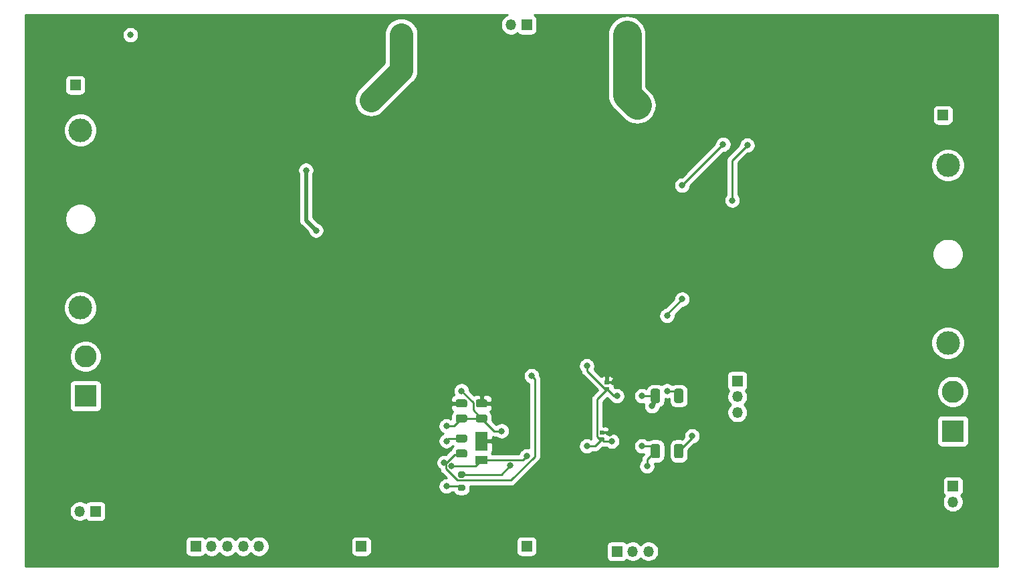
<source format=gbl>
G04 #@! TF.GenerationSoftware,KiCad,Pcbnew,(5.1.10)-1*
G04 #@! TF.CreationDate,2022-01-17T16:27:26-05:00*
G04 #@! TF.ProjectId,breakoutboard-2,62726561-6b6f-4757-9462-6f6172642d32,rev?*
G04 #@! TF.SameCoordinates,Original*
G04 #@! TF.FileFunction,Copper,L2,Bot*
G04 #@! TF.FilePolarity,Positive*
%FSLAX46Y46*%
G04 Gerber Fmt 4.6, Leading zero omitted, Abs format (unit mm)*
G04 Created by KiCad (PCBNEW (5.1.10)-1) date 2022-01-17 16:27:26*
%MOMM*%
%LPD*%
G01*
G04 APERTURE LIST*
G04 #@! TA.AperFunction,ComponentPad*
%ADD10R,1.350000X1.350000*%
G04 #@! TD*
G04 #@! TA.AperFunction,SMDPad,CuDef*
%ADD11R,1.500000X2.400000*%
G04 #@! TD*
G04 #@! TA.AperFunction,SMDPad,CuDef*
%ADD12R,1.500000X1.050000*%
G04 #@! TD*
G04 #@! TA.AperFunction,ComponentPad*
%ADD13C,3.000000*%
G04 #@! TD*
G04 #@! TA.AperFunction,ComponentPad*
%ADD14O,1.350000X1.350000*%
G04 #@! TD*
G04 #@! TA.AperFunction,ComponentPad*
%ADD15C,2.800000*%
G04 #@! TD*
G04 #@! TA.AperFunction,ComponentPad*
%ADD16R,2.800000X2.800000*%
G04 #@! TD*
G04 #@! TA.AperFunction,ViaPad*
%ADD17C,0.800000*%
G04 #@! TD*
G04 #@! TA.AperFunction,Conductor*
%ADD18C,0.500000*%
G04 #@! TD*
G04 #@! TA.AperFunction,Conductor*
%ADD19C,0.250000*%
G04 #@! TD*
G04 #@! TA.AperFunction,Conductor*
%ADD20C,3.000000*%
G04 #@! TD*
G04 #@! TA.AperFunction,Conductor*
%ADD21C,3.600000*%
G04 #@! TD*
G04 #@! TA.AperFunction,Conductor*
%ADD22C,0.254000*%
G04 #@! TD*
G04 #@! TA.AperFunction,Conductor*
%ADD23C,0.100000*%
G04 #@! TD*
G04 APERTURE END LIST*
D10*
X139700000Y-118110000D03*
D11*
X154940000Y-104775000D03*
D12*
X154940000Y-107149999D03*
G04 #@! TA.AperFunction,SMDPad,CuDef*
G36*
G01*
X155415000Y-102415000D02*
X154465000Y-102415000D01*
G75*
G02*
X154215000Y-102165000I0J250000D01*
G01*
X154215000Y-101665000D01*
G75*
G02*
X154465000Y-101415000I250000J0D01*
G01*
X155415000Y-101415000D01*
G75*
G02*
X155665000Y-101665000I0J-250000D01*
G01*
X155665000Y-102165000D01*
G75*
G02*
X155415000Y-102415000I-250000J0D01*
G01*
G37*
G04 #@! TD.AperFunction*
G04 #@! TA.AperFunction,SMDPad,CuDef*
G36*
G01*
X155415000Y-100515000D02*
X154465000Y-100515000D01*
G75*
G02*
X154215000Y-100265000I0J250000D01*
G01*
X154215000Y-99765000D01*
G75*
G02*
X154465000Y-99515000I250000J0D01*
G01*
X155415000Y-99515000D01*
G75*
G02*
X155665000Y-99765000I0J-250000D01*
G01*
X155665000Y-100265000D01*
G75*
G02*
X155415000Y-100515000I-250000J0D01*
G01*
G37*
G04 #@! TD.AperFunction*
G04 #@! TA.AperFunction,SMDPad,CuDef*
G36*
G01*
X152875000Y-100515000D02*
X151925000Y-100515000D01*
G75*
G02*
X151675000Y-100265000I0J250000D01*
G01*
X151675000Y-99765000D01*
G75*
G02*
X151925000Y-99515000I250000J0D01*
G01*
X152875000Y-99515000D01*
G75*
G02*
X153125000Y-99765000I0J-250000D01*
G01*
X153125000Y-100265000D01*
G75*
G02*
X152875000Y-100515000I-250000J0D01*
G01*
G37*
G04 #@! TD.AperFunction*
G04 #@! TA.AperFunction,SMDPad,CuDef*
G36*
G01*
X152875000Y-102415000D02*
X151925000Y-102415000D01*
G75*
G02*
X151675000Y-102165000I0J250000D01*
G01*
X151675000Y-101665000D01*
G75*
G02*
X151925000Y-101415000I250000J0D01*
G01*
X152875000Y-101415000D01*
G75*
G02*
X153125000Y-101665000I0J-250000D01*
G01*
X153125000Y-102165000D01*
G75*
G02*
X152875000Y-102415000I-250000J0D01*
G01*
G37*
G04 #@! TD.AperFunction*
G04 #@! TA.AperFunction,SMDPad,CuDef*
G36*
G01*
X152875000Y-104960000D02*
X151925000Y-104960000D01*
G75*
G02*
X151675000Y-104710000I0J250000D01*
G01*
X151675000Y-104210000D01*
G75*
G02*
X151925000Y-103960000I250000J0D01*
G01*
X152875000Y-103960000D01*
G75*
G02*
X153125000Y-104210000I0J-250000D01*
G01*
X153125000Y-104710000D01*
G75*
G02*
X152875000Y-104960000I-250000J0D01*
G01*
G37*
G04 #@! TD.AperFunction*
G04 #@! TA.AperFunction,SMDPad,CuDef*
G36*
G01*
X152875000Y-106860000D02*
X151925000Y-106860000D01*
G75*
G02*
X151675000Y-106610000I0J250000D01*
G01*
X151675000Y-106110000D01*
G75*
G02*
X151925000Y-105860000I250000J0D01*
G01*
X152875000Y-105860000D01*
G75*
G02*
X153125000Y-106110000I0J-250000D01*
G01*
X153125000Y-106610000D01*
G75*
G02*
X152875000Y-106860000I-250000J0D01*
G01*
G37*
G04 #@! TD.AperFunction*
G04 #@! TA.AperFunction,SMDPad,CuDef*
G36*
G01*
X171039400Y-97630000D02*
X170590600Y-97630000D01*
G75*
G02*
X170515000Y-97554400I0J75600D01*
G01*
X170515000Y-97165600D01*
G75*
G02*
X170590600Y-97090000I75600J0D01*
G01*
X171039400Y-97090000D01*
G75*
G02*
X171115000Y-97165600I0J-75600D01*
G01*
X171115000Y-97554400D01*
G75*
G02*
X171039400Y-97630000I-75600J0D01*
G01*
G37*
G04 #@! TD.AperFunction*
G04 #@! TA.AperFunction,SMDPad,CuDef*
G36*
G01*
X171039400Y-98490000D02*
X170590600Y-98490000D01*
G75*
G02*
X170515000Y-98414400I0J75600D01*
G01*
X170515000Y-98025600D01*
G75*
G02*
X170590600Y-97950000I75600J0D01*
G01*
X171039400Y-97950000D01*
G75*
G02*
X171115000Y-98025600I0J-75600D01*
G01*
X171115000Y-98414400D01*
G75*
G02*
X171039400Y-98490000I-75600J0D01*
G01*
G37*
G04 #@! TD.AperFunction*
G04 #@! TA.AperFunction,SMDPad,CuDef*
G36*
G01*
X179335000Y-99710001D02*
X179335000Y-98409999D01*
G75*
G02*
X179584999Y-98160000I249999J0D01*
G01*
X180235001Y-98160000D01*
G75*
G02*
X180485000Y-98409999I0J-249999D01*
G01*
X180485000Y-99710001D01*
G75*
G02*
X180235001Y-99960000I-249999J0D01*
G01*
X179584999Y-99960000D01*
G75*
G02*
X179335000Y-99710001I0J249999D01*
G01*
G37*
G04 #@! TD.AperFunction*
G04 #@! TA.AperFunction,SMDPad,CuDef*
G36*
G01*
X176385000Y-99710001D02*
X176385000Y-98409999D01*
G75*
G02*
X176634999Y-98160000I249999J0D01*
G01*
X177285001Y-98160000D01*
G75*
G02*
X177535000Y-98409999I0J-249999D01*
G01*
X177535000Y-99710001D01*
G75*
G02*
X177285001Y-99960000I-249999J0D01*
G01*
X176634999Y-99960000D01*
G75*
G02*
X176385000Y-99710001I0J249999D01*
G01*
G37*
G04 #@! TD.AperFunction*
G04 #@! TA.AperFunction,SMDPad,CuDef*
G36*
G01*
X176385000Y-106695001D02*
X176385000Y-105394999D01*
G75*
G02*
X176634999Y-105145000I249999J0D01*
G01*
X177285001Y-105145000D01*
G75*
G02*
X177535000Y-105394999I0J-249999D01*
G01*
X177535000Y-106695001D01*
G75*
G02*
X177285001Y-106945000I-249999J0D01*
G01*
X176634999Y-106945000D01*
G75*
G02*
X176385000Y-106695001I0J249999D01*
G01*
G37*
G04 #@! TD.AperFunction*
G04 #@! TA.AperFunction,SMDPad,CuDef*
G36*
G01*
X179335000Y-106695001D02*
X179335000Y-105394999D01*
G75*
G02*
X179584999Y-105145000I249999J0D01*
G01*
X180235001Y-105145000D01*
G75*
G02*
X180485000Y-105394999I0J-249999D01*
G01*
X180485000Y-106695001D01*
G75*
G02*
X180235001Y-106945000I-249999J0D01*
G01*
X179584999Y-106945000D01*
G75*
G02*
X179335000Y-106695001I0J249999D01*
G01*
G37*
G04 #@! TD.AperFunction*
G04 #@! TA.AperFunction,SMDPad,CuDef*
G36*
G01*
X170404400Y-104840000D02*
X169955600Y-104840000D01*
G75*
G02*
X169880000Y-104764400I0J75600D01*
G01*
X169880000Y-104375600D01*
G75*
G02*
X169955600Y-104300000I75600J0D01*
G01*
X170404400Y-104300000D01*
G75*
G02*
X170480000Y-104375600I0J-75600D01*
G01*
X170480000Y-104764400D01*
G75*
G02*
X170404400Y-104840000I-75600J0D01*
G01*
G37*
G04 #@! TD.AperFunction*
G04 #@! TA.AperFunction,SMDPad,CuDef*
G36*
G01*
X170404400Y-103980000D02*
X169955600Y-103980000D01*
G75*
G02*
X169880000Y-103904400I0J75600D01*
G01*
X169880000Y-103515600D01*
G75*
G02*
X169955600Y-103440000I75600J0D01*
G01*
X170404400Y-103440000D01*
G75*
G02*
X170480000Y-103515600I0J-75600D01*
G01*
X170480000Y-103904400D01*
G75*
G02*
X170404400Y-103980000I-75600J0D01*
G01*
G37*
G04 #@! TD.AperFunction*
D13*
X104140000Y-65405000D03*
X104140000Y-87905000D03*
X213995000Y-92350000D03*
X213995000Y-69850000D03*
D10*
X103505000Y-59690000D03*
X160655000Y-52070000D03*
D14*
X158655000Y-52070000D03*
X187325000Y-101155000D03*
X187325000Y-99155000D03*
D10*
X187325000Y-97155000D03*
X172085000Y-118745000D03*
D14*
X174085000Y-118745000D03*
X176085000Y-118745000D03*
X104045000Y-113665000D03*
D10*
X106045000Y-113665000D03*
D15*
X104775000Y-94060000D03*
D16*
X104775000Y-99060000D03*
X214630000Y-103505000D03*
D15*
X214630000Y-98505000D03*
D10*
X214630000Y-110490000D03*
D14*
X214630000Y-112490000D03*
D10*
X213360000Y-63500000D03*
X160655000Y-118110000D03*
X118745000Y-118110000D03*
D14*
X120745000Y-118110000D03*
X122745000Y-118110000D03*
X124745000Y-118110000D03*
X126745000Y-118110000D03*
G04 #@! TA.AperFunction,SMDPad,CuDef*
G36*
G01*
X152125000Y-108630000D02*
X152675000Y-108630000D01*
G75*
G02*
X152875000Y-108830000I0J-200000D01*
G01*
X152875000Y-109230000D01*
G75*
G02*
X152675000Y-109430000I-200000J0D01*
G01*
X152125000Y-109430000D01*
G75*
G02*
X151925000Y-109230000I0J200000D01*
G01*
X151925000Y-108830000D01*
G75*
G02*
X152125000Y-108630000I200000J0D01*
G01*
G37*
G04 #@! TD.AperFunction*
G04 #@! TA.AperFunction,SMDPad,CuDef*
G36*
G01*
X152125000Y-110280000D02*
X152675000Y-110280000D01*
G75*
G02*
X152875000Y-110480000I0J-200000D01*
G01*
X152875000Y-110880000D01*
G75*
G02*
X152675000Y-111080000I-200000J0D01*
G01*
X152125000Y-111080000D01*
G75*
G02*
X151925000Y-110880000I0J200000D01*
G01*
X151925000Y-110480000D01*
G75*
G02*
X152125000Y-110280000I200000J0D01*
G01*
G37*
G04 #@! TD.AperFunction*
D17*
X110490000Y-53340000D03*
X132715000Y-70485000D03*
X133985000Y-78105000D03*
X158596255Y-107874999D03*
X158750000Y-105410000D03*
X171204999Y-103785000D03*
X171738722Y-97263001D03*
X155130010Y-88265000D03*
X162015000Y-88265000D03*
X200660000Y-59690000D03*
X201930000Y-61240000D03*
X133985000Y-97790000D03*
X133350000Y-94615000D03*
X151130000Y-107950000D03*
X160655000Y-106680000D03*
X168275000Y-105410000D03*
X171425639Y-104804851D03*
X168275000Y-95250000D03*
X172085000Y-99060000D03*
X150495000Y-102870000D03*
X152400000Y-98425000D03*
X157480000Y-103505000D03*
X150495000Y-104775000D03*
X161290000Y-96520000D03*
X150228475Y-107517268D03*
X140970000Y-61595000D03*
X144780000Y-53340000D03*
X173355000Y-53340000D03*
X174625000Y-62230000D03*
X178435000Y-98425000D03*
X175260000Y-99060000D03*
X176530000Y-100330000D03*
X175260000Y-105410000D03*
X175895000Y-107950000D03*
X181610000Y-104140000D03*
X188595000Y-67310000D03*
X186690000Y-74295000D03*
X185532561Y-67197439D03*
X180340000Y-72390000D03*
X180340000Y-86814001D03*
X178435000Y-88900000D03*
X150495000Y-110490000D03*
D18*
X132715000Y-76835000D02*
X133985000Y-78105000D01*
X132715000Y-70485000D02*
X132715000Y-76835000D01*
D19*
X157441254Y-109030000D02*
X158596255Y-107874999D01*
X152400000Y-109030000D02*
X157441254Y-109030000D01*
X158115000Y-104775000D02*
X158750000Y-105410000D01*
X154940000Y-104775000D02*
X158115000Y-104775000D01*
X171129999Y-103710000D02*
X171204999Y-103785000D01*
X170180000Y-103710000D02*
X171129999Y-103710000D01*
X170911999Y-97263001D02*
X170815000Y-97360000D01*
X171738722Y-97263001D02*
X170911999Y-97263001D01*
D18*
X155130010Y-88265000D02*
X155765010Y-87630000D01*
X161380000Y-87630000D02*
X162015000Y-88265000D01*
X155765010Y-87630000D02*
X161380000Y-87630000D01*
X200660000Y-59970000D02*
X201930000Y-61240000D01*
X200660000Y-59690000D02*
X200660000Y-59970000D01*
D19*
X133350000Y-97155000D02*
X133350000Y-94615000D01*
X133985000Y-97790000D02*
X133350000Y-97155000D01*
X154139999Y-107950000D02*
X154940000Y-107149999D01*
X151130000Y-107950000D02*
X154139999Y-107950000D01*
X160185001Y-107149999D02*
X160655000Y-106680000D01*
X154940000Y-107149999D02*
X160185001Y-107149999D01*
X169340000Y-105410000D02*
X170180000Y-104570000D01*
X168275000Y-105410000D02*
X169340000Y-105410000D01*
X170414851Y-104804851D02*
X170180000Y-104570000D01*
X171425639Y-104804851D02*
X170414851Y-104804851D01*
X169880000Y-104570000D02*
X169545000Y-104235000D01*
X170180000Y-104570000D02*
X169880000Y-104570000D01*
X169545000Y-99490000D02*
X170815000Y-98220000D01*
X169545000Y-104235000D02*
X169545000Y-99490000D01*
X170815000Y-98220000D02*
X170610000Y-98220000D01*
X168275000Y-95885000D02*
X168275000Y-95250000D01*
X170610000Y-98220000D02*
X168275000Y-95885000D01*
X171655000Y-99060000D02*
X170815000Y-98220000D01*
X172085000Y-99060000D02*
X171655000Y-99060000D01*
X151445000Y-102870000D02*
X152400000Y-101915000D01*
X150495000Y-102870000D02*
X151445000Y-102870000D01*
X152400000Y-101915000D02*
X154940000Y-101915000D01*
X153889990Y-99914990D02*
X152400000Y-98425000D01*
X153889990Y-100864990D02*
X153889990Y-99914990D01*
X154940000Y-101915000D02*
X153889990Y-100864990D01*
X156530000Y-103505000D02*
X154940000Y-101915000D01*
X157480000Y-103505000D02*
X156530000Y-103505000D01*
X150810000Y-104460000D02*
X150495000Y-104775000D01*
X152400000Y-104460000D02*
X150810000Y-104460000D01*
X150404999Y-108298001D02*
X150404999Y-107601999D01*
X151862008Y-109755010D02*
X150404999Y-108298001D01*
X158652992Y-109755010D02*
X151862008Y-109755010D01*
X161689999Y-106718003D02*
X158652992Y-109755010D01*
X161689999Y-96919999D02*
X161689999Y-106718003D01*
X161290000Y-96520000D02*
X161689999Y-96919999D01*
X152299001Y-106460999D02*
X152400000Y-106360000D01*
X151545999Y-106460999D02*
X152299001Y-106460999D01*
X150404999Y-107601999D02*
X151545999Y-106460999D01*
D20*
X140970000Y-61595000D02*
X144780000Y-57785000D01*
X144780000Y-57785000D02*
X144780000Y-53340000D01*
D21*
X173355000Y-53340000D02*
X173355000Y-60960000D01*
X173355000Y-60960000D02*
X174625000Y-62230000D01*
D19*
X179275000Y-98425000D02*
X179910000Y-99060000D01*
X178435000Y-98425000D02*
X179275000Y-98425000D01*
X175260000Y-99060000D02*
X176960000Y-99060000D01*
X176960000Y-99900000D02*
X176530000Y-100330000D01*
X176960000Y-99060000D02*
X176960000Y-99900000D01*
X176325000Y-105410000D02*
X176960000Y-106045000D01*
X175260000Y-105410000D02*
X176325000Y-105410000D01*
X176960000Y-106045000D02*
X175895000Y-107110000D01*
X175895000Y-107110000D02*
X175895000Y-107950000D01*
X181610000Y-104345000D02*
X181610000Y-104140000D01*
X179910000Y-106045000D02*
X181610000Y-104345000D01*
X186690000Y-69215000D02*
X186690000Y-74295000D01*
X188595000Y-67310000D02*
X186690000Y-69215000D01*
X185532561Y-67197439D02*
X180340000Y-72390000D01*
X178435000Y-88719001D02*
X178435000Y-88900000D01*
X180340000Y-86814001D02*
X178435000Y-88719001D01*
X152210000Y-110490000D02*
X152400000Y-110680000D01*
X150495000Y-110490000D02*
X152210000Y-110490000D01*
D22*
X158034482Y-50909093D02*
X157819923Y-51052456D01*
X157637456Y-51234923D01*
X157494093Y-51449482D01*
X157395342Y-51687887D01*
X157345000Y-51940976D01*
X157345000Y-52199024D01*
X157395342Y-52452113D01*
X157494093Y-52690518D01*
X157637456Y-52905077D01*
X157819923Y-53087544D01*
X158034482Y-53230907D01*
X158272887Y-53329658D01*
X158525976Y-53380000D01*
X158784024Y-53380000D01*
X159037113Y-53329658D01*
X159275518Y-53230907D01*
X159457513Y-53109303D01*
X159528815Y-53196185D01*
X159625506Y-53275537D01*
X159735820Y-53334502D01*
X159855518Y-53370812D01*
X159980000Y-53383072D01*
X161330000Y-53383072D01*
X161454482Y-53370812D01*
X161574180Y-53334502D01*
X161684494Y-53275537D01*
X161781185Y-53196185D01*
X161860537Y-53099494D01*
X161919502Y-52989180D01*
X161955812Y-52869482D01*
X161968072Y-52745000D01*
X161968072Y-51395000D01*
X161955812Y-51270518D01*
X161919502Y-51150820D01*
X161860537Y-51040506D01*
X161781185Y-50943815D01*
X161684494Y-50864463D01*
X161610665Y-50825000D01*
X220320000Y-50825000D01*
X220320000Y-51467418D01*
X220320001Y-51467428D01*
X220320000Y-120625000D01*
X97180000Y-120625000D01*
X97180000Y-117435000D01*
X117431928Y-117435000D01*
X117431928Y-118785000D01*
X117444188Y-118909482D01*
X117480498Y-119029180D01*
X117539463Y-119139494D01*
X117618815Y-119236185D01*
X117715506Y-119315537D01*
X117825820Y-119374502D01*
X117945518Y-119410812D01*
X118070000Y-119423072D01*
X119420000Y-119423072D01*
X119544482Y-119410812D01*
X119664180Y-119374502D01*
X119774494Y-119315537D01*
X119871185Y-119236185D01*
X119942487Y-119149303D01*
X120124482Y-119270907D01*
X120362887Y-119369658D01*
X120615976Y-119420000D01*
X120874024Y-119420000D01*
X121127113Y-119369658D01*
X121365518Y-119270907D01*
X121580077Y-119127544D01*
X121745000Y-118962621D01*
X121909923Y-119127544D01*
X122124482Y-119270907D01*
X122362887Y-119369658D01*
X122615976Y-119420000D01*
X122874024Y-119420000D01*
X123127113Y-119369658D01*
X123365518Y-119270907D01*
X123580077Y-119127544D01*
X123745000Y-118962621D01*
X123909923Y-119127544D01*
X124124482Y-119270907D01*
X124362887Y-119369658D01*
X124615976Y-119420000D01*
X124874024Y-119420000D01*
X125127113Y-119369658D01*
X125365518Y-119270907D01*
X125580077Y-119127544D01*
X125745000Y-118962621D01*
X125909923Y-119127544D01*
X126124482Y-119270907D01*
X126362887Y-119369658D01*
X126615976Y-119420000D01*
X126874024Y-119420000D01*
X127127113Y-119369658D01*
X127365518Y-119270907D01*
X127580077Y-119127544D01*
X127762544Y-118945077D01*
X127905907Y-118730518D01*
X128004658Y-118492113D01*
X128055000Y-118239024D01*
X128055000Y-117980976D01*
X128004658Y-117727887D01*
X127905907Y-117489482D01*
X127869504Y-117435000D01*
X138386928Y-117435000D01*
X138386928Y-118785000D01*
X138399188Y-118909482D01*
X138435498Y-119029180D01*
X138494463Y-119139494D01*
X138573815Y-119236185D01*
X138670506Y-119315537D01*
X138780820Y-119374502D01*
X138900518Y-119410812D01*
X139025000Y-119423072D01*
X140375000Y-119423072D01*
X140499482Y-119410812D01*
X140619180Y-119374502D01*
X140729494Y-119315537D01*
X140826185Y-119236185D01*
X140905537Y-119139494D01*
X140964502Y-119029180D01*
X141000812Y-118909482D01*
X141013072Y-118785000D01*
X141013072Y-117435000D01*
X159341928Y-117435000D01*
X159341928Y-118785000D01*
X159354188Y-118909482D01*
X159390498Y-119029180D01*
X159449463Y-119139494D01*
X159528815Y-119236185D01*
X159625506Y-119315537D01*
X159735820Y-119374502D01*
X159855518Y-119410812D01*
X159980000Y-119423072D01*
X161330000Y-119423072D01*
X161454482Y-119410812D01*
X161574180Y-119374502D01*
X161684494Y-119315537D01*
X161781185Y-119236185D01*
X161860537Y-119139494D01*
X161919502Y-119029180D01*
X161955812Y-118909482D01*
X161968072Y-118785000D01*
X161968072Y-118070000D01*
X170771928Y-118070000D01*
X170771928Y-119420000D01*
X170784188Y-119544482D01*
X170820498Y-119664180D01*
X170879463Y-119774494D01*
X170958815Y-119871185D01*
X171055506Y-119950537D01*
X171165820Y-120009502D01*
X171285518Y-120045812D01*
X171410000Y-120058072D01*
X172760000Y-120058072D01*
X172884482Y-120045812D01*
X173004180Y-120009502D01*
X173114494Y-119950537D01*
X173211185Y-119871185D01*
X173282487Y-119784303D01*
X173464482Y-119905907D01*
X173702887Y-120004658D01*
X173955976Y-120055000D01*
X174214024Y-120055000D01*
X174467113Y-120004658D01*
X174705518Y-119905907D01*
X174920077Y-119762544D01*
X175085000Y-119597621D01*
X175249923Y-119762544D01*
X175464482Y-119905907D01*
X175702887Y-120004658D01*
X175955976Y-120055000D01*
X176214024Y-120055000D01*
X176467113Y-120004658D01*
X176705518Y-119905907D01*
X176920077Y-119762544D01*
X177102544Y-119580077D01*
X177245907Y-119365518D01*
X177344658Y-119127113D01*
X177395000Y-118874024D01*
X177395000Y-118615976D01*
X177344658Y-118362887D01*
X177245907Y-118124482D01*
X177102544Y-117909923D01*
X176920077Y-117727456D01*
X176705518Y-117584093D01*
X176467113Y-117485342D01*
X176214024Y-117435000D01*
X175955976Y-117435000D01*
X175702887Y-117485342D01*
X175464482Y-117584093D01*
X175249923Y-117727456D01*
X175085000Y-117892379D01*
X174920077Y-117727456D01*
X174705518Y-117584093D01*
X174467113Y-117485342D01*
X174214024Y-117435000D01*
X173955976Y-117435000D01*
X173702887Y-117485342D01*
X173464482Y-117584093D01*
X173282487Y-117705697D01*
X173211185Y-117618815D01*
X173114494Y-117539463D01*
X173004180Y-117480498D01*
X172884482Y-117444188D01*
X172760000Y-117431928D01*
X171410000Y-117431928D01*
X171285518Y-117444188D01*
X171165820Y-117480498D01*
X171055506Y-117539463D01*
X170958815Y-117618815D01*
X170879463Y-117715506D01*
X170820498Y-117825820D01*
X170784188Y-117945518D01*
X170771928Y-118070000D01*
X161968072Y-118070000D01*
X161968072Y-117435000D01*
X161955812Y-117310518D01*
X161919502Y-117190820D01*
X161860537Y-117080506D01*
X161781185Y-116983815D01*
X161684494Y-116904463D01*
X161574180Y-116845498D01*
X161454482Y-116809188D01*
X161330000Y-116796928D01*
X159980000Y-116796928D01*
X159855518Y-116809188D01*
X159735820Y-116845498D01*
X159625506Y-116904463D01*
X159528815Y-116983815D01*
X159449463Y-117080506D01*
X159390498Y-117190820D01*
X159354188Y-117310518D01*
X159341928Y-117435000D01*
X141013072Y-117435000D01*
X141000812Y-117310518D01*
X140964502Y-117190820D01*
X140905537Y-117080506D01*
X140826185Y-116983815D01*
X140729494Y-116904463D01*
X140619180Y-116845498D01*
X140499482Y-116809188D01*
X140375000Y-116796928D01*
X139025000Y-116796928D01*
X138900518Y-116809188D01*
X138780820Y-116845498D01*
X138670506Y-116904463D01*
X138573815Y-116983815D01*
X138494463Y-117080506D01*
X138435498Y-117190820D01*
X138399188Y-117310518D01*
X138386928Y-117435000D01*
X127869504Y-117435000D01*
X127762544Y-117274923D01*
X127580077Y-117092456D01*
X127365518Y-116949093D01*
X127127113Y-116850342D01*
X126874024Y-116800000D01*
X126615976Y-116800000D01*
X126362887Y-116850342D01*
X126124482Y-116949093D01*
X125909923Y-117092456D01*
X125745000Y-117257379D01*
X125580077Y-117092456D01*
X125365518Y-116949093D01*
X125127113Y-116850342D01*
X124874024Y-116800000D01*
X124615976Y-116800000D01*
X124362887Y-116850342D01*
X124124482Y-116949093D01*
X123909923Y-117092456D01*
X123745000Y-117257379D01*
X123580077Y-117092456D01*
X123365518Y-116949093D01*
X123127113Y-116850342D01*
X122874024Y-116800000D01*
X122615976Y-116800000D01*
X122362887Y-116850342D01*
X122124482Y-116949093D01*
X121909923Y-117092456D01*
X121745000Y-117257379D01*
X121580077Y-117092456D01*
X121365518Y-116949093D01*
X121127113Y-116850342D01*
X120874024Y-116800000D01*
X120615976Y-116800000D01*
X120362887Y-116850342D01*
X120124482Y-116949093D01*
X119942487Y-117070697D01*
X119871185Y-116983815D01*
X119774494Y-116904463D01*
X119664180Y-116845498D01*
X119544482Y-116809188D01*
X119420000Y-116796928D01*
X118070000Y-116796928D01*
X117945518Y-116809188D01*
X117825820Y-116845498D01*
X117715506Y-116904463D01*
X117618815Y-116983815D01*
X117539463Y-117080506D01*
X117480498Y-117190820D01*
X117444188Y-117310518D01*
X117431928Y-117435000D01*
X97180000Y-117435000D01*
X97180000Y-113535976D01*
X102735000Y-113535976D01*
X102735000Y-113794024D01*
X102785342Y-114047113D01*
X102884093Y-114285518D01*
X103027456Y-114500077D01*
X103209923Y-114682544D01*
X103424482Y-114825907D01*
X103662887Y-114924658D01*
X103915976Y-114975000D01*
X104174024Y-114975000D01*
X104427113Y-114924658D01*
X104665518Y-114825907D01*
X104847513Y-114704303D01*
X104918815Y-114791185D01*
X105015506Y-114870537D01*
X105125820Y-114929502D01*
X105245518Y-114965812D01*
X105370000Y-114978072D01*
X106720000Y-114978072D01*
X106844482Y-114965812D01*
X106964180Y-114929502D01*
X107074494Y-114870537D01*
X107171185Y-114791185D01*
X107250537Y-114694494D01*
X107309502Y-114584180D01*
X107345812Y-114464482D01*
X107358072Y-114340000D01*
X107358072Y-112990000D01*
X107345812Y-112865518D01*
X107309502Y-112745820D01*
X107250537Y-112635506D01*
X107171185Y-112538815D01*
X107074494Y-112459463D01*
X106964180Y-112400498D01*
X106844482Y-112364188D01*
X106720000Y-112351928D01*
X105370000Y-112351928D01*
X105245518Y-112364188D01*
X105125820Y-112400498D01*
X105015506Y-112459463D01*
X104918815Y-112538815D01*
X104847513Y-112625697D01*
X104665518Y-112504093D01*
X104427113Y-112405342D01*
X104174024Y-112355000D01*
X103915976Y-112355000D01*
X103662887Y-112405342D01*
X103424482Y-112504093D01*
X103209923Y-112647456D01*
X103027456Y-112829923D01*
X102884093Y-113044482D01*
X102785342Y-113282887D01*
X102735000Y-113535976D01*
X97180000Y-113535976D01*
X97180000Y-107415329D01*
X149193475Y-107415329D01*
X149193475Y-107619207D01*
X149233249Y-107819166D01*
X149311270Y-108007524D01*
X149424538Y-108177042D01*
X149568701Y-108321205D01*
X149648884Y-108374782D01*
X149655996Y-108446986D01*
X149699453Y-108590247D01*
X149770025Y-108722277D01*
X149788058Y-108744250D01*
X149864998Y-108838002D01*
X149894002Y-108861805D01*
X150487197Y-109455000D01*
X150393061Y-109455000D01*
X150193102Y-109494774D01*
X150004744Y-109572795D01*
X149835226Y-109686063D01*
X149691063Y-109830226D01*
X149577795Y-109999744D01*
X149499774Y-110188102D01*
X149460000Y-110388061D01*
X149460000Y-110591939D01*
X149499774Y-110791898D01*
X149577795Y-110980256D01*
X149691063Y-111149774D01*
X149835226Y-111293937D01*
X150004744Y-111407205D01*
X150193102Y-111485226D01*
X150393061Y-111525000D01*
X150596939Y-111525000D01*
X150796898Y-111485226D01*
X150985256Y-111407205D01*
X151154774Y-111293937D01*
X151198711Y-111250000D01*
X151377065Y-111250000D01*
X151428169Y-111345608D01*
X151532394Y-111472606D01*
X151659392Y-111576831D01*
X151804284Y-111654278D01*
X151961500Y-111701969D01*
X152125000Y-111718072D01*
X152675000Y-111718072D01*
X152838500Y-111701969D01*
X152995716Y-111654278D01*
X153140608Y-111576831D01*
X153267606Y-111472606D01*
X153371831Y-111345608D01*
X153449278Y-111200716D01*
X153496969Y-111043500D01*
X153513072Y-110880000D01*
X153513072Y-110515010D01*
X158615670Y-110515010D01*
X158652992Y-110518686D01*
X158690314Y-110515010D01*
X158690325Y-110515010D01*
X158801978Y-110504013D01*
X158945239Y-110460556D01*
X159077268Y-110389984D01*
X159192993Y-110295011D01*
X159216796Y-110266007D01*
X159667803Y-109815000D01*
X213316928Y-109815000D01*
X213316928Y-111165000D01*
X213329188Y-111289482D01*
X213365498Y-111409180D01*
X213424463Y-111519494D01*
X213503815Y-111616185D01*
X213590697Y-111687487D01*
X213469093Y-111869482D01*
X213370342Y-112107887D01*
X213320000Y-112360976D01*
X213320000Y-112619024D01*
X213370342Y-112872113D01*
X213469093Y-113110518D01*
X213612456Y-113325077D01*
X213794923Y-113507544D01*
X214009482Y-113650907D01*
X214247887Y-113749658D01*
X214500976Y-113800000D01*
X214759024Y-113800000D01*
X215012113Y-113749658D01*
X215250518Y-113650907D01*
X215465077Y-113507544D01*
X215647544Y-113325077D01*
X215790907Y-113110518D01*
X215889658Y-112872113D01*
X215940000Y-112619024D01*
X215940000Y-112360976D01*
X215889658Y-112107887D01*
X215790907Y-111869482D01*
X215669303Y-111687487D01*
X215756185Y-111616185D01*
X215835537Y-111519494D01*
X215894502Y-111409180D01*
X215930812Y-111289482D01*
X215943072Y-111165000D01*
X215943072Y-109815000D01*
X215930812Y-109690518D01*
X215894502Y-109570820D01*
X215835537Y-109460506D01*
X215756185Y-109363815D01*
X215659494Y-109284463D01*
X215549180Y-109225498D01*
X215429482Y-109189188D01*
X215305000Y-109176928D01*
X213955000Y-109176928D01*
X213830518Y-109189188D01*
X213710820Y-109225498D01*
X213600506Y-109284463D01*
X213503815Y-109363815D01*
X213424463Y-109460506D01*
X213365498Y-109570820D01*
X213329188Y-109690518D01*
X213316928Y-109815000D01*
X159667803Y-109815000D01*
X162201007Y-107281798D01*
X162230000Y-107258004D01*
X162253794Y-107229011D01*
X162253798Y-107229007D01*
X162311810Y-107158318D01*
X162324973Y-107142279D01*
X162395545Y-107010250D01*
X162439002Y-106866989D01*
X162449999Y-106755336D01*
X162449999Y-106755327D01*
X162453675Y-106718004D01*
X162449999Y-106680681D01*
X162449999Y-96957321D01*
X162453675Y-96919998D01*
X162449999Y-96882676D01*
X162449999Y-96882666D01*
X162439002Y-96771013D01*
X162395545Y-96627752D01*
X162325000Y-96495774D01*
X162325000Y-96418061D01*
X162285226Y-96218102D01*
X162207205Y-96029744D01*
X162093937Y-95860226D01*
X161949774Y-95716063D01*
X161780256Y-95602795D01*
X161591898Y-95524774D01*
X161391939Y-95485000D01*
X161188061Y-95485000D01*
X160988102Y-95524774D01*
X160799744Y-95602795D01*
X160630226Y-95716063D01*
X160486063Y-95860226D01*
X160372795Y-96029744D01*
X160294774Y-96218102D01*
X160255000Y-96418061D01*
X160255000Y-96621939D01*
X160294774Y-96821898D01*
X160372795Y-97010256D01*
X160486063Y-97179774D01*
X160630226Y-97323937D01*
X160799744Y-97437205D01*
X160929999Y-97491159D01*
X160930000Y-105679424D01*
X160756939Y-105645000D01*
X160553061Y-105645000D01*
X160353102Y-105684774D01*
X160164744Y-105762795D01*
X159995226Y-105876063D01*
X159851063Y-106020226D01*
X159737795Y-106189744D01*
X159659774Y-106378102D01*
X159657408Y-106389999D01*
X156282287Y-106389999D01*
X156279502Y-106380819D01*
X156236302Y-106300000D01*
X156279502Y-106219180D01*
X156315812Y-106099482D01*
X156328072Y-105975000D01*
X156325000Y-105060750D01*
X156166250Y-104902000D01*
X155067000Y-104902000D01*
X155067000Y-104922000D01*
X154813000Y-104922000D01*
X154813000Y-104902000D01*
X154793000Y-104902000D01*
X154793000Y-104648000D01*
X154813000Y-104648000D01*
X154813000Y-104628000D01*
X155067000Y-104628000D01*
X155067000Y-104648000D01*
X156166250Y-104648000D01*
X156325000Y-104489250D01*
X156325847Y-104237268D01*
X156381014Y-104254003D01*
X156530000Y-104268677D01*
X156567333Y-104265000D01*
X156776289Y-104265000D01*
X156820226Y-104308937D01*
X156989744Y-104422205D01*
X157178102Y-104500226D01*
X157378061Y-104540000D01*
X157581939Y-104540000D01*
X157781898Y-104500226D01*
X157970256Y-104422205D01*
X158139774Y-104308937D01*
X158283937Y-104164774D01*
X158397205Y-103995256D01*
X158475226Y-103806898D01*
X158515000Y-103606939D01*
X158515000Y-103403061D01*
X158475226Y-103203102D01*
X158397205Y-103014744D01*
X158283937Y-102845226D01*
X158139774Y-102701063D01*
X157970256Y-102587795D01*
X157781898Y-102509774D01*
X157581939Y-102470000D01*
X157378061Y-102470000D01*
X157178102Y-102509774D01*
X156989744Y-102587795D01*
X156820226Y-102701063D01*
X156810545Y-102710744D01*
X156299641Y-102199839D01*
X156303072Y-102165000D01*
X156303072Y-101665000D01*
X156286008Y-101491746D01*
X156235472Y-101325150D01*
X156153405Y-101171614D01*
X156042962Y-101037038D01*
X156036406Y-101031658D01*
X156116185Y-100966185D01*
X156195537Y-100869494D01*
X156254502Y-100759180D01*
X156290812Y-100639482D01*
X156303072Y-100515000D01*
X156300000Y-100300750D01*
X156141250Y-100142000D01*
X155067000Y-100142000D01*
X155067000Y-100162000D01*
X154813000Y-100162000D01*
X154813000Y-100142000D01*
X154793000Y-100142000D01*
X154793000Y-99888000D01*
X154813000Y-99888000D01*
X154813000Y-99038750D01*
X155067000Y-99038750D01*
X155067000Y-99888000D01*
X156141250Y-99888000D01*
X156300000Y-99729250D01*
X156303072Y-99515000D01*
X156290812Y-99390518D01*
X156254502Y-99270820D01*
X156195537Y-99160506D01*
X156116185Y-99063815D01*
X156019494Y-98984463D01*
X155909180Y-98925498D01*
X155789482Y-98889188D01*
X155665000Y-98876928D01*
X155225750Y-98880000D01*
X155067000Y-99038750D01*
X154813000Y-99038750D01*
X154654250Y-98880000D01*
X154215000Y-98876928D01*
X154090518Y-98889188D01*
X153974257Y-98924455D01*
X153435000Y-98385199D01*
X153435000Y-98323061D01*
X153395226Y-98123102D01*
X153317205Y-97934744D01*
X153203937Y-97765226D01*
X153059774Y-97621063D01*
X152890256Y-97507795D01*
X152701898Y-97429774D01*
X152501939Y-97390000D01*
X152298061Y-97390000D01*
X152098102Y-97429774D01*
X151909744Y-97507795D01*
X151740226Y-97621063D01*
X151596063Y-97765226D01*
X151482795Y-97934744D01*
X151404774Y-98123102D01*
X151365000Y-98323061D01*
X151365000Y-98526939D01*
X151404774Y-98726898D01*
X151480762Y-98910348D01*
X151430820Y-98925498D01*
X151320506Y-98984463D01*
X151223815Y-99063815D01*
X151144463Y-99160506D01*
X151085498Y-99270820D01*
X151049188Y-99390518D01*
X151036928Y-99515000D01*
X151040000Y-99729250D01*
X151198750Y-99888000D01*
X152273000Y-99888000D01*
X152273000Y-99868000D01*
X152527000Y-99868000D01*
X152527000Y-99888000D01*
X152547000Y-99888000D01*
X152547000Y-100142000D01*
X152527000Y-100142000D01*
X152527000Y-100162000D01*
X152273000Y-100162000D01*
X152273000Y-100142000D01*
X151198750Y-100142000D01*
X151040000Y-100300750D01*
X151036928Y-100515000D01*
X151049188Y-100639482D01*
X151085498Y-100759180D01*
X151144463Y-100869494D01*
X151223815Y-100966185D01*
X151303594Y-101031658D01*
X151297038Y-101037038D01*
X151186595Y-101171614D01*
X151104528Y-101325150D01*
X151053992Y-101491746D01*
X151036928Y-101665000D01*
X151036928Y-101987321D01*
X150985256Y-101952795D01*
X150796898Y-101874774D01*
X150596939Y-101835000D01*
X150393061Y-101835000D01*
X150193102Y-101874774D01*
X150004744Y-101952795D01*
X149835226Y-102066063D01*
X149691063Y-102210226D01*
X149577795Y-102379744D01*
X149499774Y-102568102D01*
X149460000Y-102768061D01*
X149460000Y-102971939D01*
X149499774Y-103171898D01*
X149577795Y-103360256D01*
X149691063Y-103529774D01*
X149835226Y-103673937D01*
X150004744Y-103787205D01*
X150089953Y-103822500D01*
X150004744Y-103857795D01*
X149835226Y-103971063D01*
X149691063Y-104115226D01*
X149577795Y-104284744D01*
X149499774Y-104473102D01*
X149460000Y-104673061D01*
X149460000Y-104876939D01*
X149499774Y-105076898D01*
X149577795Y-105265256D01*
X149691063Y-105434774D01*
X149835226Y-105578937D01*
X150004744Y-105692205D01*
X150193102Y-105770226D01*
X150393061Y-105810000D01*
X150596939Y-105810000D01*
X150796898Y-105770226D01*
X150985256Y-105692205D01*
X151154774Y-105578937D01*
X151298937Y-105434774D01*
X151340043Y-105373255D01*
X151384817Y-105410000D01*
X151297038Y-105482038D01*
X151186595Y-105616614D01*
X151104528Y-105770150D01*
X151076261Y-105863335D01*
X151005998Y-105920998D01*
X150982200Y-105949996D01*
X150430100Y-106502097D01*
X150330414Y-106482268D01*
X150126536Y-106482268D01*
X149926577Y-106522042D01*
X149738219Y-106600063D01*
X149568701Y-106713331D01*
X149424538Y-106857494D01*
X149311270Y-107027012D01*
X149233249Y-107215370D01*
X149193475Y-107415329D01*
X97180000Y-107415329D01*
X97180000Y-97660000D01*
X102736928Y-97660000D01*
X102736928Y-100460000D01*
X102749188Y-100584482D01*
X102785498Y-100704180D01*
X102844463Y-100814494D01*
X102923815Y-100911185D01*
X103020506Y-100990537D01*
X103130820Y-101049502D01*
X103250518Y-101085812D01*
X103375000Y-101098072D01*
X106175000Y-101098072D01*
X106299482Y-101085812D01*
X106419180Y-101049502D01*
X106529494Y-100990537D01*
X106626185Y-100911185D01*
X106705537Y-100814494D01*
X106764502Y-100704180D01*
X106800812Y-100584482D01*
X106813072Y-100460000D01*
X106813072Y-97660000D01*
X106800812Y-97535518D01*
X106764502Y-97415820D01*
X106705537Y-97305506D01*
X106626185Y-97208815D01*
X106529494Y-97129463D01*
X106419180Y-97070498D01*
X106299482Y-97034188D01*
X106175000Y-97021928D01*
X103375000Y-97021928D01*
X103250518Y-97034188D01*
X103130820Y-97070498D01*
X103020506Y-97129463D01*
X102923815Y-97208815D01*
X102844463Y-97305506D01*
X102785498Y-97415820D01*
X102749188Y-97535518D01*
X102736928Y-97660000D01*
X97180000Y-97660000D01*
X97180000Y-93859570D01*
X102740000Y-93859570D01*
X102740000Y-94260430D01*
X102818204Y-94653587D01*
X102971607Y-95023934D01*
X103194313Y-95357237D01*
X103477763Y-95640687D01*
X103811066Y-95863393D01*
X104181413Y-96016796D01*
X104574570Y-96095000D01*
X104975430Y-96095000D01*
X105368587Y-96016796D01*
X105738934Y-95863393D01*
X106072237Y-95640687D01*
X106355687Y-95357237D01*
X106495453Y-95148061D01*
X167240000Y-95148061D01*
X167240000Y-95351939D01*
X167279774Y-95551898D01*
X167357795Y-95740256D01*
X167471063Y-95909774D01*
X167518428Y-95957139D01*
X167525997Y-96033985D01*
X167553759Y-96125506D01*
X167569454Y-96177246D01*
X167640026Y-96309276D01*
X167677976Y-96355518D01*
X167734999Y-96425001D01*
X167764003Y-96448804D01*
X169637698Y-98322500D01*
X169033998Y-98926201D01*
X169005000Y-98949999D01*
X168981202Y-98978997D01*
X168981201Y-98978998D01*
X168910026Y-99065724D01*
X168839454Y-99197754D01*
X168795998Y-99341015D01*
X168781324Y-99490000D01*
X168785001Y-99527332D01*
X168785000Y-104197677D01*
X168781324Y-104235000D01*
X168785000Y-104272322D01*
X168785000Y-104272332D01*
X168795997Y-104383985D01*
X168835013Y-104512605D01*
X168839454Y-104527246D01*
X168852031Y-104550776D01*
X168765256Y-104492795D01*
X168576898Y-104414774D01*
X168376939Y-104375000D01*
X168173061Y-104375000D01*
X167973102Y-104414774D01*
X167784744Y-104492795D01*
X167615226Y-104606063D01*
X167471063Y-104750226D01*
X167357795Y-104919744D01*
X167279774Y-105108102D01*
X167240000Y-105308061D01*
X167240000Y-105511939D01*
X167279774Y-105711898D01*
X167357795Y-105900256D01*
X167471063Y-106069774D01*
X167615226Y-106213937D01*
X167784744Y-106327205D01*
X167973102Y-106405226D01*
X168173061Y-106445000D01*
X168376939Y-106445000D01*
X168576898Y-106405226D01*
X168765256Y-106327205D01*
X168934774Y-106213937D01*
X168978711Y-106170000D01*
X169302678Y-106170000D01*
X169340000Y-106173676D01*
X169377322Y-106170000D01*
X169377333Y-106170000D01*
X169488986Y-106159003D01*
X169632247Y-106115546D01*
X169764276Y-106044974D01*
X169880001Y-105950001D01*
X169903803Y-105920998D01*
X170270492Y-105554310D01*
X170377518Y-105564851D01*
X170377527Y-105564851D01*
X170414850Y-105568527D01*
X170452173Y-105564851D01*
X170721928Y-105564851D01*
X170765865Y-105608788D01*
X170935383Y-105722056D01*
X171123741Y-105800077D01*
X171323700Y-105839851D01*
X171527578Y-105839851D01*
X171727537Y-105800077D01*
X171915895Y-105722056D01*
X172085413Y-105608788D01*
X172229576Y-105464625D01*
X172334188Y-105308061D01*
X174225000Y-105308061D01*
X174225000Y-105511939D01*
X174264774Y-105711898D01*
X174342795Y-105900256D01*
X174456063Y-106069774D01*
X174600226Y-106213937D01*
X174769744Y-106327205D01*
X174958102Y-106405226D01*
X175158061Y-106445000D01*
X175361939Y-106445000D01*
X175515804Y-106414395D01*
X175384002Y-106546197D01*
X175354999Y-106569999D01*
X175309862Y-106624999D01*
X175260026Y-106685724D01*
X175202150Y-106794002D01*
X175189454Y-106817754D01*
X175145997Y-106961015D01*
X175135000Y-107072668D01*
X175135000Y-107072678D01*
X175131324Y-107110000D01*
X175135000Y-107147322D01*
X175135000Y-107246289D01*
X175091063Y-107290226D01*
X174977795Y-107459744D01*
X174899774Y-107648102D01*
X174860000Y-107848061D01*
X174860000Y-108051939D01*
X174899774Y-108251898D01*
X174977795Y-108440256D01*
X175091063Y-108609774D01*
X175235226Y-108753937D01*
X175404744Y-108867205D01*
X175593102Y-108945226D01*
X175793061Y-108985000D01*
X175996939Y-108985000D01*
X176196898Y-108945226D01*
X176385256Y-108867205D01*
X176554774Y-108753937D01*
X176698937Y-108609774D01*
X176812205Y-108440256D01*
X176890226Y-108251898D01*
X176930000Y-108051939D01*
X176930000Y-107848061D01*
X176890226Y-107648102D01*
X176863289Y-107583072D01*
X177285001Y-107583072D01*
X177458255Y-107566008D01*
X177624851Y-107515472D01*
X177778387Y-107433405D01*
X177912962Y-107322962D01*
X178023405Y-107188387D01*
X178105472Y-107034851D01*
X178156008Y-106868255D01*
X178173072Y-106695001D01*
X178173072Y-105394999D01*
X178696928Y-105394999D01*
X178696928Y-106695001D01*
X178713992Y-106868255D01*
X178764528Y-107034851D01*
X178846595Y-107188387D01*
X178957038Y-107322962D01*
X179091613Y-107433405D01*
X179245149Y-107515472D01*
X179411745Y-107566008D01*
X179584999Y-107583072D01*
X180235001Y-107583072D01*
X180408255Y-107566008D01*
X180574851Y-107515472D01*
X180728387Y-107433405D01*
X180862962Y-107322962D01*
X180973405Y-107188387D01*
X181055472Y-107034851D01*
X181106008Y-106868255D01*
X181123072Y-106695001D01*
X181123072Y-105906729D01*
X181890275Y-105139527D01*
X181911898Y-105135226D01*
X182100256Y-105057205D01*
X182269774Y-104943937D01*
X182413937Y-104799774D01*
X182527205Y-104630256D01*
X182605226Y-104441898D01*
X182645000Y-104241939D01*
X182645000Y-104038061D01*
X182605226Y-103838102D01*
X182527205Y-103649744D01*
X182413937Y-103480226D01*
X182269774Y-103336063D01*
X182100256Y-103222795D01*
X181911898Y-103144774D01*
X181711939Y-103105000D01*
X181508061Y-103105000D01*
X181308102Y-103144774D01*
X181119744Y-103222795D01*
X180950226Y-103336063D01*
X180806063Y-103480226D01*
X180692795Y-103649744D01*
X180614774Y-103838102D01*
X180575000Y-104038061D01*
X180575000Y-104241939D01*
X180585495Y-104294703D01*
X180360873Y-104519325D01*
X180235001Y-104506928D01*
X179584999Y-104506928D01*
X179411745Y-104523992D01*
X179245149Y-104574528D01*
X179091613Y-104656595D01*
X178957038Y-104767038D01*
X178846595Y-104901613D01*
X178764528Y-105055149D01*
X178713992Y-105221745D01*
X178696928Y-105394999D01*
X178173072Y-105394999D01*
X178156008Y-105221745D01*
X178105472Y-105055149D01*
X178023405Y-104901613D01*
X177912962Y-104767038D01*
X177778387Y-104656595D01*
X177624851Y-104574528D01*
X177458255Y-104523992D01*
X177285001Y-104506928D01*
X176634999Y-104506928D01*
X176461745Y-104523992D01*
X176295149Y-104574528D01*
X176153951Y-104650000D01*
X175963711Y-104650000D01*
X175919774Y-104606063D01*
X175750256Y-104492795D01*
X175561898Y-104414774D01*
X175361939Y-104375000D01*
X175158061Y-104375000D01*
X174958102Y-104414774D01*
X174769744Y-104492795D01*
X174600226Y-104606063D01*
X174456063Y-104750226D01*
X174342795Y-104919744D01*
X174264774Y-105108102D01*
X174225000Y-105308061D01*
X172334188Y-105308061D01*
X172342844Y-105295107D01*
X172420865Y-105106749D01*
X172460639Y-104906790D01*
X172460639Y-104702912D01*
X172420865Y-104502953D01*
X172342844Y-104314595D01*
X172229576Y-104145077D01*
X172085413Y-104000914D01*
X171915895Y-103887646D01*
X171727537Y-103809625D01*
X171527578Y-103769851D01*
X171323700Y-103769851D01*
X171123741Y-103809625D01*
X170985950Y-103866700D01*
X170956250Y-103837000D01*
X170867665Y-103837000D01*
X170800895Y-103782203D01*
X170677510Y-103716253D01*
X170543631Y-103675641D01*
X170404400Y-103661928D01*
X170305000Y-103661928D01*
X170305000Y-103563000D01*
X170307000Y-103563000D01*
X170307000Y-103583000D01*
X170956250Y-103583000D01*
X171115000Y-103424250D01*
X171104173Y-103307548D01*
X171066340Y-103188323D01*
X171005974Y-103078770D01*
X170925395Y-102983098D01*
X170827700Y-102904985D01*
X170716642Y-102847432D01*
X170596491Y-102812652D01*
X170471863Y-102801980D01*
X170465750Y-102805000D01*
X170307002Y-102963748D01*
X170307002Y-102805000D01*
X170305000Y-102805000D01*
X170305000Y-99804801D01*
X170815000Y-99294802D01*
X171091205Y-99571008D01*
X171114999Y-99600001D01*
X171143992Y-99623795D01*
X171143996Y-99623799D01*
X171200568Y-99670226D01*
X171230724Y-99694974D01*
X171285590Y-99724301D01*
X171425226Y-99863937D01*
X171594744Y-99977205D01*
X171783102Y-100055226D01*
X171983061Y-100095000D01*
X172186939Y-100095000D01*
X172386898Y-100055226D01*
X172575256Y-99977205D01*
X172744774Y-99863937D01*
X172888937Y-99719774D01*
X173002205Y-99550256D01*
X173080226Y-99361898D01*
X173120000Y-99161939D01*
X173120000Y-98958061D01*
X174225000Y-98958061D01*
X174225000Y-99161939D01*
X174264774Y-99361898D01*
X174342795Y-99550256D01*
X174456063Y-99719774D01*
X174600226Y-99863937D01*
X174769744Y-99977205D01*
X174958102Y-100055226D01*
X175158061Y-100095000D01*
X175361939Y-100095000D01*
X175528039Y-100061961D01*
X175495000Y-100228061D01*
X175495000Y-100431939D01*
X175534774Y-100631898D01*
X175612795Y-100820256D01*
X175726063Y-100989774D01*
X175870226Y-101133937D01*
X176039744Y-101247205D01*
X176228102Y-101325226D01*
X176428061Y-101365000D01*
X176631939Y-101365000D01*
X176831898Y-101325226D01*
X177020256Y-101247205D01*
X177189774Y-101133937D01*
X177333937Y-100989774D01*
X177447205Y-100820256D01*
X177525226Y-100631898D01*
X177540299Y-100556120D01*
X177624851Y-100530472D01*
X177778387Y-100448405D01*
X177912962Y-100337962D01*
X178023405Y-100203387D01*
X178105472Y-100049851D01*
X178156008Y-99883255D01*
X178173072Y-99710001D01*
X178173072Y-99428176D01*
X178333061Y-99460000D01*
X178536939Y-99460000D01*
X178696928Y-99428176D01*
X178696928Y-99710001D01*
X178713992Y-99883255D01*
X178764528Y-100049851D01*
X178846595Y-100203387D01*
X178957038Y-100337962D01*
X179091613Y-100448405D01*
X179245149Y-100530472D01*
X179411745Y-100581008D01*
X179584999Y-100598072D01*
X180235001Y-100598072D01*
X180408255Y-100581008D01*
X180574851Y-100530472D01*
X180728387Y-100448405D01*
X180862962Y-100337962D01*
X180973405Y-100203387D01*
X181055472Y-100049851D01*
X181106008Y-99883255D01*
X181123072Y-99710001D01*
X181123072Y-98409999D01*
X181106008Y-98236745D01*
X181055472Y-98070149D01*
X180973405Y-97916613D01*
X180862962Y-97782038D01*
X180728387Y-97671595D01*
X180574851Y-97589528D01*
X180408255Y-97538992D01*
X180235001Y-97521928D01*
X179584999Y-97521928D01*
X179411745Y-97538992D01*
X179245149Y-97589528D01*
X179126603Y-97652892D01*
X179094774Y-97621063D01*
X178925256Y-97507795D01*
X178736898Y-97429774D01*
X178536939Y-97390000D01*
X178333061Y-97390000D01*
X178133102Y-97429774D01*
X177944744Y-97507795D01*
X177775226Y-97621063D01*
X177743397Y-97652892D01*
X177624851Y-97589528D01*
X177458255Y-97538992D01*
X177285001Y-97521928D01*
X176634999Y-97521928D01*
X176461745Y-97538992D01*
X176295149Y-97589528D01*
X176141613Y-97671595D01*
X176007038Y-97782038D01*
X175896595Y-97916613D01*
X175814528Y-98070149D01*
X175785373Y-98166260D01*
X175750256Y-98142795D01*
X175561898Y-98064774D01*
X175361939Y-98025000D01*
X175158061Y-98025000D01*
X174958102Y-98064774D01*
X174769744Y-98142795D01*
X174600226Y-98256063D01*
X174456063Y-98400226D01*
X174342795Y-98569744D01*
X174264774Y-98758102D01*
X174225000Y-98958061D01*
X173120000Y-98958061D01*
X173080226Y-98758102D01*
X173002205Y-98569744D01*
X172888937Y-98400226D01*
X172744774Y-98256063D01*
X172575256Y-98142795D01*
X172386898Y-98064774D01*
X172186939Y-98025000D01*
X171983061Y-98025000D01*
X171783102Y-98064774D01*
X171753072Y-98077213D01*
X171753072Y-98025600D01*
X171739359Y-97886369D01*
X171720050Y-97822716D01*
X171739173Y-97762452D01*
X171750000Y-97645750D01*
X171591250Y-97487000D01*
X171502665Y-97487000D01*
X171435895Y-97432203D01*
X171312510Y-97366253D01*
X171178631Y-97325641D01*
X171039400Y-97311928D01*
X170776730Y-97311928D01*
X170688000Y-97223198D01*
X170688000Y-96613750D01*
X170942000Y-96613750D01*
X170942000Y-97233000D01*
X171591250Y-97233000D01*
X171750000Y-97074250D01*
X171739173Y-96957548D01*
X171701340Y-96838323D01*
X171640974Y-96728770D01*
X171560395Y-96633098D01*
X171462700Y-96554985D01*
X171351642Y-96497432D01*
X171291422Y-96480000D01*
X186011928Y-96480000D01*
X186011928Y-97830000D01*
X186024188Y-97954482D01*
X186060498Y-98074180D01*
X186119463Y-98184494D01*
X186198815Y-98281185D01*
X186285697Y-98352487D01*
X186164093Y-98534482D01*
X186065342Y-98772887D01*
X186015000Y-99025976D01*
X186015000Y-99284024D01*
X186065342Y-99537113D01*
X186164093Y-99775518D01*
X186307456Y-99990077D01*
X186472379Y-100155000D01*
X186307456Y-100319923D01*
X186164093Y-100534482D01*
X186065342Y-100772887D01*
X186015000Y-101025976D01*
X186015000Y-101284024D01*
X186065342Y-101537113D01*
X186164093Y-101775518D01*
X186307456Y-101990077D01*
X186489923Y-102172544D01*
X186704482Y-102315907D01*
X186942887Y-102414658D01*
X187195976Y-102465000D01*
X187454024Y-102465000D01*
X187707113Y-102414658D01*
X187945518Y-102315907D01*
X188160077Y-102172544D01*
X188227621Y-102105000D01*
X212591928Y-102105000D01*
X212591928Y-104905000D01*
X212604188Y-105029482D01*
X212640498Y-105149180D01*
X212699463Y-105259494D01*
X212778815Y-105356185D01*
X212875506Y-105435537D01*
X212985820Y-105494502D01*
X213105518Y-105530812D01*
X213230000Y-105543072D01*
X216030000Y-105543072D01*
X216154482Y-105530812D01*
X216274180Y-105494502D01*
X216384494Y-105435537D01*
X216481185Y-105356185D01*
X216560537Y-105259494D01*
X216619502Y-105149180D01*
X216655812Y-105029482D01*
X216668072Y-104905000D01*
X216668072Y-102105000D01*
X216655812Y-101980518D01*
X216619502Y-101860820D01*
X216560537Y-101750506D01*
X216481185Y-101653815D01*
X216384494Y-101574463D01*
X216274180Y-101515498D01*
X216154482Y-101479188D01*
X216030000Y-101466928D01*
X213230000Y-101466928D01*
X213105518Y-101479188D01*
X212985820Y-101515498D01*
X212875506Y-101574463D01*
X212778815Y-101653815D01*
X212699463Y-101750506D01*
X212640498Y-101860820D01*
X212604188Y-101980518D01*
X212591928Y-102105000D01*
X188227621Y-102105000D01*
X188342544Y-101990077D01*
X188485907Y-101775518D01*
X188584658Y-101537113D01*
X188635000Y-101284024D01*
X188635000Y-101025976D01*
X188584658Y-100772887D01*
X188485907Y-100534482D01*
X188342544Y-100319923D01*
X188177621Y-100155000D01*
X188342544Y-99990077D01*
X188485907Y-99775518D01*
X188584658Y-99537113D01*
X188635000Y-99284024D01*
X188635000Y-99025976D01*
X188584658Y-98772887D01*
X188485907Y-98534482D01*
X188364303Y-98352487D01*
X188422690Y-98304570D01*
X212595000Y-98304570D01*
X212595000Y-98705430D01*
X212673204Y-99098587D01*
X212826607Y-99468934D01*
X213049313Y-99802237D01*
X213332763Y-100085687D01*
X213666066Y-100308393D01*
X214036413Y-100461796D01*
X214429570Y-100540000D01*
X214830430Y-100540000D01*
X215223587Y-100461796D01*
X215593934Y-100308393D01*
X215927237Y-100085687D01*
X216210687Y-99802237D01*
X216433393Y-99468934D01*
X216586796Y-99098587D01*
X216665000Y-98705430D01*
X216665000Y-98304570D01*
X216586796Y-97911413D01*
X216433393Y-97541066D01*
X216210687Y-97207763D01*
X215927237Y-96924313D01*
X215593934Y-96701607D01*
X215223587Y-96548204D01*
X214830430Y-96470000D01*
X214429570Y-96470000D01*
X214036413Y-96548204D01*
X213666066Y-96701607D01*
X213332763Y-96924313D01*
X213049313Y-97207763D01*
X212826607Y-97541066D01*
X212673204Y-97911413D01*
X212595000Y-98304570D01*
X188422690Y-98304570D01*
X188451185Y-98281185D01*
X188530537Y-98184494D01*
X188589502Y-98074180D01*
X188625812Y-97954482D01*
X188638072Y-97830000D01*
X188638072Y-96480000D01*
X188625812Y-96355518D01*
X188589502Y-96235820D01*
X188530537Y-96125506D01*
X188451185Y-96028815D01*
X188354494Y-95949463D01*
X188244180Y-95890498D01*
X188124482Y-95854188D01*
X188000000Y-95841928D01*
X186650000Y-95841928D01*
X186525518Y-95854188D01*
X186405820Y-95890498D01*
X186295506Y-95949463D01*
X186198815Y-96028815D01*
X186119463Y-96125506D01*
X186060498Y-96235820D01*
X186024188Y-96355518D01*
X186011928Y-96480000D01*
X171291422Y-96480000D01*
X171231491Y-96462652D01*
X171106863Y-96451980D01*
X171100750Y-96455000D01*
X170942000Y-96613750D01*
X170688000Y-96613750D01*
X170529250Y-96455000D01*
X170523137Y-96451980D01*
X170398509Y-96462652D01*
X170278358Y-96497432D01*
X170167300Y-96554985D01*
X170085328Y-96620526D01*
X169195969Y-95731168D01*
X169270226Y-95551898D01*
X169310000Y-95351939D01*
X169310000Y-95148061D01*
X169270226Y-94948102D01*
X169192205Y-94759744D01*
X169078937Y-94590226D01*
X168934774Y-94446063D01*
X168765256Y-94332795D01*
X168576898Y-94254774D01*
X168376939Y-94215000D01*
X168173061Y-94215000D01*
X167973102Y-94254774D01*
X167784744Y-94332795D01*
X167615226Y-94446063D01*
X167471063Y-94590226D01*
X167357795Y-94759744D01*
X167279774Y-94948102D01*
X167240000Y-95148061D01*
X106495453Y-95148061D01*
X106578393Y-95023934D01*
X106731796Y-94653587D01*
X106810000Y-94260430D01*
X106810000Y-93859570D01*
X106731796Y-93466413D01*
X106578393Y-93096066D01*
X106355687Y-92762763D01*
X106072237Y-92479313D01*
X105738934Y-92256607D01*
X105456747Y-92139721D01*
X211860000Y-92139721D01*
X211860000Y-92560279D01*
X211942047Y-92972756D01*
X212102988Y-93361302D01*
X212336637Y-93710983D01*
X212634017Y-94008363D01*
X212983698Y-94242012D01*
X213372244Y-94402953D01*
X213784721Y-94485000D01*
X214205279Y-94485000D01*
X214617756Y-94402953D01*
X215006302Y-94242012D01*
X215355983Y-94008363D01*
X215653363Y-93710983D01*
X215887012Y-93361302D01*
X216047953Y-92972756D01*
X216130000Y-92560279D01*
X216130000Y-92139721D01*
X216047953Y-91727244D01*
X215887012Y-91338698D01*
X215653363Y-90989017D01*
X215355983Y-90691637D01*
X215006302Y-90457988D01*
X214617756Y-90297047D01*
X214205279Y-90215000D01*
X213784721Y-90215000D01*
X213372244Y-90297047D01*
X212983698Y-90457988D01*
X212634017Y-90691637D01*
X212336637Y-90989017D01*
X212102988Y-91338698D01*
X211942047Y-91727244D01*
X211860000Y-92139721D01*
X105456747Y-92139721D01*
X105368587Y-92103204D01*
X104975430Y-92025000D01*
X104574570Y-92025000D01*
X104181413Y-92103204D01*
X103811066Y-92256607D01*
X103477763Y-92479313D01*
X103194313Y-92762763D01*
X102971607Y-93096066D01*
X102818204Y-93466413D01*
X102740000Y-93859570D01*
X97180000Y-93859570D01*
X97180000Y-87694721D01*
X102005000Y-87694721D01*
X102005000Y-88115279D01*
X102087047Y-88527756D01*
X102247988Y-88916302D01*
X102481637Y-89265983D01*
X102779017Y-89563363D01*
X103128698Y-89797012D01*
X103517244Y-89957953D01*
X103929721Y-90040000D01*
X104350279Y-90040000D01*
X104762756Y-89957953D01*
X105151302Y-89797012D01*
X105500983Y-89563363D01*
X105798363Y-89265983D01*
X106032012Y-88916302D01*
X106080989Y-88798061D01*
X177400000Y-88798061D01*
X177400000Y-89001939D01*
X177439774Y-89201898D01*
X177517795Y-89390256D01*
X177631063Y-89559774D01*
X177775226Y-89703937D01*
X177944744Y-89817205D01*
X178133102Y-89895226D01*
X178333061Y-89935000D01*
X178536939Y-89935000D01*
X178736898Y-89895226D01*
X178925256Y-89817205D01*
X179094774Y-89703937D01*
X179238937Y-89559774D01*
X179352205Y-89390256D01*
X179430226Y-89201898D01*
X179470000Y-89001939D01*
X179470000Y-88798061D01*
X179463487Y-88765316D01*
X180379802Y-87849001D01*
X180441939Y-87849001D01*
X180641898Y-87809227D01*
X180830256Y-87731206D01*
X180999774Y-87617938D01*
X181143937Y-87473775D01*
X181257205Y-87304257D01*
X181335226Y-87115899D01*
X181375000Y-86915940D01*
X181375000Y-86712062D01*
X181335226Y-86512103D01*
X181257205Y-86323745D01*
X181143937Y-86154227D01*
X180999774Y-86010064D01*
X180830256Y-85896796D01*
X180641898Y-85818775D01*
X180441939Y-85779001D01*
X180238061Y-85779001D01*
X180038102Y-85818775D01*
X179849744Y-85896796D01*
X179680226Y-86010064D01*
X179536063Y-86154227D01*
X179422795Y-86323745D01*
X179344774Y-86512103D01*
X179305000Y-86712062D01*
X179305000Y-86774199D01*
X178184687Y-87894513D01*
X178133102Y-87904774D01*
X177944744Y-87982795D01*
X177775226Y-88096063D01*
X177631063Y-88240226D01*
X177517795Y-88409744D01*
X177439774Y-88598102D01*
X177400000Y-88798061D01*
X106080989Y-88798061D01*
X106192953Y-88527756D01*
X106275000Y-88115279D01*
X106275000Y-87694721D01*
X106192953Y-87282244D01*
X106032012Y-86893698D01*
X105798363Y-86544017D01*
X105500983Y-86246637D01*
X105151302Y-86012988D01*
X104762756Y-85852047D01*
X104350279Y-85770000D01*
X103929721Y-85770000D01*
X103517244Y-85852047D01*
X103128698Y-86012988D01*
X102779017Y-86246637D01*
X102481637Y-86544017D01*
X102247988Y-86893698D01*
X102087047Y-87282244D01*
X102005000Y-87694721D01*
X97180000Y-87694721D01*
X97180000Y-80904495D01*
X212010000Y-80904495D01*
X212010000Y-81295505D01*
X212086282Y-81679003D01*
X212235915Y-82040250D01*
X212453149Y-82365364D01*
X212729636Y-82641851D01*
X213054750Y-82859085D01*
X213415997Y-83008718D01*
X213799495Y-83085000D01*
X214190505Y-83085000D01*
X214574003Y-83008718D01*
X214935250Y-82859085D01*
X215260364Y-82641851D01*
X215536851Y-82365364D01*
X215754085Y-82040250D01*
X215903718Y-81679003D01*
X215980000Y-81295505D01*
X215980000Y-80904495D01*
X215903718Y-80520997D01*
X215754085Y-80159750D01*
X215536851Y-79834636D01*
X215260364Y-79558149D01*
X214935250Y-79340915D01*
X214574003Y-79191282D01*
X214190505Y-79115000D01*
X213799495Y-79115000D01*
X213415997Y-79191282D01*
X213054750Y-79340915D01*
X212729636Y-79558149D01*
X212453149Y-79834636D01*
X212235915Y-80159750D01*
X212086282Y-80520997D01*
X212010000Y-80904495D01*
X97180000Y-80904495D01*
X97180000Y-76459495D01*
X102155000Y-76459495D01*
X102155000Y-76850505D01*
X102231282Y-77234003D01*
X102380915Y-77595250D01*
X102598149Y-77920364D01*
X102874636Y-78196851D01*
X103199750Y-78414085D01*
X103560997Y-78563718D01*
X103944495Y-78640000D01*
X104335505Y-78640000D01*
X104719003Y-78563718D01*
X105080250Y-78414085D01*
X105405364Y-78196851D01*
X105681851Y-77920364D01*
X105899085Y-77595250D01*
X106048718Y-77234003D01*
X106125000Y-76850505D01*
X106125000Y-76459495D01*
X106048718Y-76075997D01*
X105899085Y-75714750D01*
X105681851Y-75389636D01*
X105405364Y-75113149D01*
X105080250Y-74895915D01*
X104719003Y-74746282D01*
X104335505Y-74670000D01*
X103944495Y-74670000D01*
X103560997Y-74746282D01*
X103199750Y-74895915D01*
X102874636Y-75113149D01*
X102598149Y-75389636D01*
X102380915Y-75714750D01*
X102231282Y-76075997D01*
X102155000Y-76459495D01*
X97180000Y-76459495D01*
X97180000Y-70383061D01*
X131680000Y-70383061D01*
X131680000Y-70586939D01*
X131719774Y-70786898D01*
X131797795Y-70975256D01*
X131830000Y-71023454D01*
X131830001Y-76791521D01*
X131825719Y-76835000D01*
X131842805Y-77008490D01*
X131893412Y-77175313D01*
X131975590Y-77329059D01*
X132058468Y-77430046D01*
X132058471Y-77430049D01*
X132086184Y-77463817D01*
X132119951Y-77491529D01*
X132978465Y-78350044D01*
X132989774Y-78406898D01*
X133067795Y-78595256D01*
X133181063Y-78764774D01*
X133325226Y-78908937D01*
X133494744Y-79022205D01*
X133683102Y-79100226D01*
X133883061Y-79140000D01*
X134086939Y-79140000D01*
X134286898Y-79100226D01*
X134475256Y-79022205D01*
X134644774Y-78908937D01*
X134788937Y-78764774D01*
X134902205Y-78595256D01*
X134980226Y-78406898D01*
X135020000Y-78206939D01*
X135020000Y-78003061D01*
X134980226Y-77803102D01*
X134902205Y-77614744D01*
X134788937Y-77445226D01*
X134644774Y-77301063D01*
X134475256Y-77187795D01*
X134286898Y-77109774D01*
X134230044Y-77098465D01*
X133600000Y-76468422D01*
X133600000Y-74193061D01*
X185655000Y-74193061D01*
X185655000Y-74396939D01*
X185694774Y-74596898D01*
X185772795Y-74785256D01*
X185886063Y-74954774D01*
X186030226Y-75098937D01*
X186199744Y-75212205D01*
X186388102Y-75290226D01*
X186588061Y-75330000D01*
X186791939Y-75330000D01*
X186991898Y-75290226D01*
X187180256Y-75212205D01*
X187349774Y-75098937D01*
X187493937Y-74954774D01*
X187607205Y-74785256D01*
X187685226Y-74596898D01*
X187725000Y-74396939D01*
X187725000Y-74193061D01*
X187685226Y-73993102D01*
X187607205Y-73804744D01*
X187493937Y-73635226D01*
X187450000Y-73591289D01*
X187450000Y-69639721D01*
X211860000Y-69639721D01*
X211860000Y-70060279D01*
X211942047Y-70472756D01*
X212102988Y-70861302D01*
X212336637Y-71210983D01*
X212634017Y-71508363D01*
X212983698Y-71742012D01*
X213372244Y-71902953D01*
X213784721Y-71985000D01*
X214205279Y-71985000D01*
X214617756Y-71902953D01*
X215006302Y-71742012D01*
X215355983Y-71508363D01*
X215653363Y-71210983D01*
X215887012Y-70861302D01*
X216047953Y-70472756D01*
X216130000Y-70060279D01*
X216130000Y-69639721D01*
X216047953Y-69227244D01*
X215887012Y-68838698D01*
X215653363Y-68489017D01*
X215355983Y-68191637D01*
X215006302Y-67957988D01*
X214617756Y-67797047D01*
X214205279Y-67715000D01*
X213784721Y-67715000D01*
X213372244Y-67797047D01*
X212983698Y-67957988D01*
X212634017Y-68191637D01*
X212336637Y-68489017D01*
X212102988Y-68838698D01*
X211942047Y-69227244D01*
X211860000Y-69639721D01*
X187450000Y-69639721D01*
X187450000Y-69529801D01*
X188634802Y-68345000D01*
X188696939Y-68345000D01*
X188896898Y-68305226D01*
X189085256Y-68227205D01*
X189254774Y-68113937D01*
X189398937Y-67969774D01*
X189512205Y-67800256D01*
X189590226Y-67611898D01*
X189630000Y-67411939D01*
X189630000Y-67208061D01*
X189590226Y-67008102D01*
X189512205Y-66819744D01*
X189398937Y-66650226D01*
X189254774Y-66506063D01*
X189085256Y-66392795D01*
X188896898Y-66314774D01*
X188696939Y-66275000D01*
X188493061Y-66275000D01*
X188293102Y-66314774D01*
X188104744Y-66392795D01*
X187935226Y-66506063D01*
X187791063Y-66650226D01*
X187677795Y-66819744D01*
X187599774Y-67008102D01*
X187560000Y-67208061D01*
X187560000Y-67270198D01*
X186179003Y-68651196D01*
X186149999Y-68674999D01*
X186094871Y-68742174D01*
X186055026Y-68790724D01*
X185984455Y-68922753D01*
X185984454Y-68922754D01*
X185940997Y-69066015D01*
X185930000Y-69177668D01*
X185930000Y-69177678D01*
X185926324Y-69215000D01*
X185930000Y-69252323D01*
X185930001Y-73591288D01*
X185886063Y-73635226D01*
X185772795Y-73804744D01*
X185694774Y-73993102D01*
X185655000Y-74193061D01*
X133600000Y-74193061D01*
X133600000Y-72288061D01*
X179305000Y-72288061D01*
X179305000Y-72491939D01*
X179344774Y-72691898D01*
X179422795Y-72880256D01*
X179536063Y-73049774D01*
X179680226Y-73193937D01*
X179849744Y-73307205D01*
X180038102Y-73385226D01*
X180238061Y-73425000D01*
X180441939Y-73425000D01*
X180641898Y-73385226D01*
X180830256Y-73307205D01*
X180999774Y-73193937D01*
X181143937Y-73049774D01*
X181257205Y-72880256D01*
X181335226Y-72691898D01*
X181375000Y-72491939D01*
X181375000Y-72429801D01*
X185572363Y-68232439D01*
X185634500Y-68232439D01*
X185834459Y-68192665D01*
X186022817Y-68114644D01*
X186192335Y-68001376D01*
X186336498Y-67857213D01*
X186449766Y-67687695D01*
X186527787Y-67499337D01*
X186567561Y-67299378D01*
X186567561Y-67095500D01*
X186527787Y-66895541D01*
X186449766Y-66707183D01*
X186336498Y-66537665D01*
X186192335Y-66393502D01*
X186022817Y-66280234D01*
X185834459Y-66202213D01*
X185634500Y-66162439D01*
X185430622Y-66162439D01*
X185230663Y-66202213D01*
X185042305Y-66280234D01*
X184872787Y-66393502D01*
X184728624Y-66537665D01*
X184615356Y-66707183D01*
X184537335Y-66895541D01*
X184497561Y-67095500D01*
X184497561Y-67157637D01*
X180300199Y-71355000D01*
X180238061Y-71355000D01*
X180038102Y-71394774D01*
X179849744Y-71472795D01*
X179680226Y-71586063D01*
X179536063Y-71730226D01*
X179422795Y-71899744D01*
X179344774Y-72088102D01*
X179305000Y-72288061D01*
X133600000Y-72288061D01*
X133600000Y-71023454D01*
X133632205Y-70975256D01*
X133710226Y-70786898D01*
X133750000Y-70586939D01*
X133750000Y-70383061D01*
X133710226Y-70183102D01*
X133632205Y-69994744D01*
X133518937Y-69825226D01*
X133374774Y-69681063D01*
X133205256Y-69567795D01*
X133016898Y-69489774D01*
X132816939Y-69450000D01*
X132613061Y-69450000D01*
X132413102Y-69489774D01*
X132224744Y-69567795D01*
X132055226Y-69681063D01*
X131911063Y-69825226D01*
X131797795Y-69994744D01*
X131719774Y-70183102D01*
X131680000Y-70383061D01*
X97180000Y-70383061D01*
X97180000Y-65194721D01*
X102005000Y-65194721D01*
X102005000Y-65615279D01*
X102087047Y-66027756D01*
X102247988Y-66416302D01*
X102481637Y-66765983D01*
X102779017Y-67063363D01*
X103128698Y-67297012D01*
X103517244Y-67457953D01*
X103929721Y-67540000D01*
X104350279Y-67540000D01*
X104762756Y-67457953D01*
X105151302Y-67297012D01*
X105500983Y-67063363D01*
X105798363Y-66765983D01*
X106032012Y-66416302D01*
X106192953Y-66027756D01*
X106275000Y-65615279D01*
X106275000Y-65194721D01*
X106192953Y-64782244D01*
X106032012Y-64393698D01*
X105798363Y-64044017D01*
X105500983Y-63746637D01*
X105151302Y-63512988D01*
X104762756Y-63352047D01*
X104350279Y-63270000D01*
X103929721Y-63270000D01*
X103517244Y-63352047D01*
X103128698Y-63512988D01*
X102779017Y-63746637D01*
X102481637Y-64044017D01*
X102247988Y-64393698D01*
X102087047Y-64782244D01*
X102005000Y-65194721D01*
X97180000Y-65194721D01*
X97180000Y-61595000D01*
X138824671Y-61595000D01*
X138865893Y-62013533D01*
X138987975Y-62415982D01*
X139186224Y-62786881D01*
X139453023Y-63111977D01*
X139778119Y-63378776D01*
X140149018Y-63577025D01*
X140551467Y-63699107D01*
X140970000Y-63740329D01*
X141388533Y-63699107D01*
X141790982Y-63577025D01*
X142161881Y-63378776D01*
X142405510Y-63178835D01*
X144624345Y-60960000D01*
X170908220Y-60960000D01*
X170955234Y-61437343D01*
X171094469Y-61896342D01*
X171320577Y-62319359D01*
X171548615Y-62597224D01*
X171548619Y-62597228D01*
X171624866Y-62690135D01*
X171717773Y-62766382D01*
X172987776Y-64036385D01*
X173265641Y-64264423D01*
X173688657Y-64490531D01*
X174147656Y-64629766D01*
X174624999Y-64676780D01*
X175102342Y-64629766D01*
X175561342Y-64490531D01*
X175984358Y-64264423D01*
X176355135Y-63960135D01*
X176659423Y-63589358D01*
X176885531Y-63166342D01*
X176989075Y-62825000D01*
X212046928Y-62825000D01*
X212046928Y-64175000D01*
X212059188Y-64299482D01*
X212095498Y-64419180D01*
X212154463Y-64529494D01*
X212233815Y-64626185D01*
X212330506Y-64705537D01*
X212440820Y-64764502D01*
X212560518Y-64800812D01*
X212685000Y-64813072D01*
X214035000Y-64813072D01*
X214159482Y-64800812D01*
X214279180Y-64764502D01*
X214389494Y-64705537D01*
X214486185Y-64626185D01*
X214565537Y-64529494D01*
X214624502Y-64419180D01*
X214660812Y-64299482D01*
X214673072Y-64175000D01*
X214673072Y-62825000D01*
X214660812Y-62700518D01*
X214624502Y-62580820D01*
X214565537Y-62470506D01*
X214486185Y-62373815D01*
X214389494Y-62294463D01*
X214279180Y-62235498D01*
X214159482Y-62199188D01*
X214035000Y-62186928D01*
X212685000Y-62186928D01*
X212560518Y-62199188D01*
X212440820Y-62235498D01*
X212330506Y-62294463D01*
X212233815Y-62373815D01*
X212154463Y-62470506D01*
X212095498Y-62580820D01*
X212059188Y-62700518D01*
X212046928Y-62825000D01*
X176989075Y-62825000D01*
X177024766Y-62707342D01*
X177071780Y-62229999D01*
X177024766Y-61752656D01*
X176885531Y-61293657D01*
X176659423Y-60870641D01*
X176431385Y-60592776D01*
X175790000Y-59951391D01*
X175790000Y-53220385D01*
X175754767Y-52862657D01*
X175615531Y-52403657D01*
X175389424Y-51980641D01*
X175085135Y-51609865D01*
X174714358Y-51305576D01*
X174291342Y-51079469D01*
X173832342Y-50940233D01*
X173355000Y-50893219D01*
X172877657Y-50940233D01*
X172418657Y-51079469D01*
X171995641Y-51305576D01*
X171624865Y-51609865D01*
X171320576Y-51980642D01*
X171094469Y-52403658D01*
X170955233Y-52862658D01*
X170920000Y-53220386D01*
X170920001Y-60840385D01*
X170908220Y-60960000D01*
X144624345Y-60960000D01*
X146215508Y-59368837D01*
X146296977Y-59301977D01*
X146563777Y-58976881D01*
X146762026Y-58605982D01*
X146798889Y-58484463D01*
X146884108Y-58203534D01*
X146887805Y-58165999D01*
X146915000Y-57889882D01*
X146915000Y-57889875D01*
X146925329Y-57785000D01*
X146915000Y-57680126D01*
X146915000Y-53235118D01*
X146884108Y-52921467D01*
X146762026Y-52519018D01*
X146563777Y-52148119D01*
X146296977Y-51823023D01*
X145971881Y-51556223D01*
X145600982Y-51357974D01*
X145198533Y-51235892D01*
X144780000Y-51194670D01*
X144361468Y-51235892D01*
X143959019Y-51357974D01*
X143588120Y-51556223D01*
X143263024Y-51823023D01*
X142996224Y-52148119D01*
X142797975Y-52519018D01*
X142675893Y-52921467D01*
X142645001Y-53235118D01*
X142645000Y-56900655D01*
X139386165Y-60159490D01*
X139186224Y-60403119D01*
X138987975Y-60774018D01*
X138865893Y-61176467D01*
X138824671Y-61595000D01*
X97180000Y-61595000D01*
X97180000Y-59015000D01*
X102191928Y-59015000D01*
X102191928Y-60365000D01*
X102204188Y-60489482D01*
X102240498Y-60609180D01*
X102299463Y-60719494D01*
X102378815Y-60816185D01*
X102475506Y-60895537D01*
X102585820Y-60954502D01*
X102705518Y-60990812D01*
X102830000Y-61003072D01*
X104180000Y-61003072D01*
X104304482Y-60990812D01*
X104424180Y-60954502D01*
X104534494Y-60895537D01*
X104631185Y-60816185D01*
X104710537Y-60719494D01*
X104769502Y-60609180D01*
X104805812Y-60489482D01*
X104818072Y-60365000D01*
X104818072Y-59015000D01*
X104805812Y-58890518D01*
X104769502Y-58770820D01*
X104710537Y-58660506D01*
X104631185Y-58563815D01*
X104534494Y-58484463D01*
X104424180Y-58425498D01*
X104304482Y-58389188D01*
X104180000Y-58376928D01*
X102830000Y-58376928D01*
X102705518Y-58389188D01*
X102585820Y-58425498D01*
X102475506Y-58484463D01*
X102378815Y-58563815D01*
X102299463Y-58660506D01*
X102240498Y-58770820D01*
X102204188Y-58890518D01*
X102191928Y-59015000D01*
X97180000Y-59015000D01*
X97180000Y-53238061D01*
X109455000Y-53238061D01*
X109455000Y-53441939D01*
X109494774Y-53641898D01*
X109572795Y-53830256D01*
X109686063Y-53999774D01*
X109830226Y-54143937D01*
X109999744Y-54257205D01*
X110188102Y-54335226D01*
X110388061Y-54375000D01*
X110591939Y-54375000D01*
X110791898Y-54335226D01*
X110980256Y-54257205D01*
X111149774Y-54143937D01*
X111293937Y-53999774D01*
X111407205Y-53830256D01*
X111485226Y-53641898D01*
X111525000Y-53441939D01*
X111525000Y-53238061D01*
X111485226Y-53038102D01*
X111407205Y-52849744D01*
X111293937Y-52680226D01*
X111149774Y-52536063D01*
X110980256Y-52422795D01*
X110791898Y-52344774D01*
X110591939Y-52305000D01*
X110388061Y-52305000D01*
X110188102Y-52344774D01*
X109999744Y-52422795D01*
X109830226Y-52536063D01*
X109686063Y-52680226D01*
X109572795Y-52849744D01*
X109494774Y-53038102D01*
X109455000Y-53238061D01*
X97180000Y-53238061D01*
X97180000Y-50825000D01*
X158237500Y-50825000D01*
X158034482Y-50909093D01*
G04 #@! TA.AperFunction,Conductor*
D23*
G36*
X158034482Y-50909093D02*
G01*
X157819923Y-51052456D01*
X157637456Y-51234923D01*
X157494093Y-51449482D01*
X157395342Y-51687887D01*
X157345000Y-51940976D01*
X157345000Y-52199024D01*
X157395342Y-52452113D01*
X157494093Y-52690518D01*
X157637456Y-52905077D01*
X157819923Y-53087544D01*
X158034482Y-53230907D01*
X158272887Y-53329658D01*
X158525976Y-53380000D01*
X158784024Y-53380000D01*
X159037113Y-53329658D01*
X159275518Y-53230907D01*
X159457513Y-53109303D01*
X159528815Y-53196185D01*
X159625506Y-53275537D01*
X159735820Y-53334502D01*
X159855518Y-53370812D01*
X159980000Y-53383072D01*
X161330000Y-53383072D01*
X161454482Y-53370812D01*
X161574180Y-53334502D01*
X161684494Y-53275537D01*
X161781185Y-53196185D01*
X161860537Y-53099494D01*
X161919502Y-52989180D01*
X161955812Y-52869482D01*
X161968072Y-52745000D01*
X161968072Y-51395000D01*
X161955812Y-51270518D01*
X161919502Y-51150820D01*
X161860537Y-51040506D01*
X161781185Y-50943815D01*
X161684494Y-50864463D01*
X161610665Y-50825000D01*
X220320000Y-50825000D01*
X220320000Y-51467418D01*
X220320001Y-51467428D01*
X220320000Y-120625000D01*
X97180000Y-120625000D01*
X97180000Y-117435000D01*
X117431928Y-117435000D01*
X117431928Y-118785000D01*
X117444188Y-118909482D01*
X117480498Y-119029180D01*
X117539463Y-119139494D01*
X117618815Y-119236185D01*
X117715506Y-119315537D01*
X117825820Y-119374502D01*
X117945518Y-119410812D01*
X118070000Y-119423072D01*
X119420000Y-119423072D01*
X119544482Y-119410812D01*
X119664180Y-119374502D01*
X119774494Y-119315537D01*
X119871185Y-119236185D01*
X119942487Y-119149303D01*
X120124482Y-119270907D01*
X120362887Y-119369658D01*
X120615976Y-119420000D01*
X120874024Y-119420000D01*
X121127113Y-119369658D01*
X121365518Y-119270907D01*
X121580077Y-119127544D01*
X121745000Y-118962621D01*
X121909923Y-119127544D01*
X122124482Y-119270907D01*
X122362887Y-119369658D01*
X122615976Y-119420000D01*
X122874024Y-119420000D01*
X123127113Y-119369658D01*
X123365518Y-119270907D01*
X123580077Y-119127544D01*
X123745000Y-118962621D01*
X123909923Y-119127544D01*
X124124482Y-119270907D01*
X124362887Y-119369658D01*
X124615976Y-119420000D01*
X124874024Y-119420000D01*
X125127113Y-119369658D01*
X125365518Y-119270907D01*
X125580077Y-119127544D01*
X125745000Y-118962621D01*
X125909923Y-119127544D01*
X126124482Y-119270907D01*
X126362887Y-119369658D01*
X126615976Y-119420000D01*
X126874024Y-119420000D01*
X127127113Y-119369658D01*
X127365518Y-119270907D01*
X127580077Y-119127544D01*
X127762544Y-118945077D01*
X127905907Y-118730518D01*
X128004658Y-118492113D01*
X128055000Y-118239024D01*
X128055000Y-117980976D01*
X128004658Y-117727887D01*
X127905907Y-117489482D01*
X127869504Y-117435000D01*
X138386928Y-117435000D01*
X138386928Y-118785000D01*
X138399188Y-118909482D01*
X138435498Y-119029180D01*
X138494463Y-119139494D01*
X138573815Y-119236185D01*
X138670506Y-119315537D01*
X138780820Y-119374502D01*
X138900518Y-119410812D01*
X139025000Y-119423072D01*
X140375000Y-119423072D01*
X140499482Y-119410812D01*
X140619180Y-119374502D01*
X140729494Y-119315537D01*
X140826185Y-119236185D01*
X140905537Y-119139494D01*
X140964502Y-119029180D01*
X141000812Y-118909482D01*
X141013072Y-118785000D01*
X141013072Y-117435000D01*
X159341928Y-117435000D01*
X159341928Y-118785000D01*
X159354188Y-118909482D01*
X159390498Y-119029180D01*
X159449463Y-119139494D01*
X159528815Y-119236185D01*
X159625506Y-119315537D01*
X159735820Y-119374502D01*
X159855518Y-119410812D01*
X159980000Y-119423072D01*
X161330000Y-119423072D01*
X161454482Y-119410812D01*
X161574180Y-119374502D01*
X161684494Y-119315537D01*
X161781185Y-119236185D01*
X161860537Y-119139494D01*
X161919502Y-119029180D01*
X161955812Y-118909482D01*
X161968072Y-118785000D01*
X161968072Y-118070000D01*
X170771928Y-118070000D01*
X170771928Y-119420000D01*
X170784188Y-119544482D01*
X170820498Y-119664180D01*
X170879463Y-119774494D01*
X170958815Y-119871185D01*
X171055506Y-119950537D01*
X171165820Y-120009502D01*
X171285518Y-120045812D01*
X171410000Y-120058072D01*
X172760000Y-120058072D01*
X172884482Y-120045812D01*
X173004180Y-120009502D01*
X173114494Y-119950537D01*
X173211185Y-119871185D01*
X173282487Y-119784303D01*
X173464482Y-119905907D01*
X173702887Y-120004658D01*
X173955976Y-120055000D01*
X174214024Y-120055000D01*
X174467113Y-120004658D01*
X174705518Y-119905907D01*
X174920077Y-119762544D01*
X175085000Y-119597621D01*
X175249923Y-119762544D01*
X175464482Y-119905907D01*
X175702887Y-120004658D01*
X175955976Y-120055000D01*
X176214024Y-120055000D01*
X176467113Y-120004658D01*
X176705518Y-119905907D01*
X176920077Y-119762544D01*
X177102544Y-119580077D01*
X177245907Y-119365518D01*
X177344658Y-119127113D01*
X177395000Y-118874024D01*
X177395000Y-118615976D01*
X177344658Y-118362887D01*
X177245907Y-118124482D01*
X177102544Y-117909923D01*
X176920077Y-117727456D01*
X176705518Y-117584093D01*
X176467113Y-117485342D01*
X176214024Y-117435000D01*
X175955976Y-117435000D01*
X175702887Y-117485342D01*
X175464482Y-117584093D01*
X175249923Y-117727456D01*
X175085000Y-117892379D01*
X174920077Y-117727456D01*
X174705518Y-117584093D01*
X174467113Y-117485342D01*
X174214024Y-117435000D01*
X173955976Y-117435000D01*
X173702887Y-117485342D01*
X173464482Y-117584093D01*
X173282487Y-117705697D01*
X173211185Y-117618815D01*
X173114494Y-117539463D01*
X173004180Y-117480498D01*
X172884482Y-117444188D01*
X172760000Y-117431928D01*
X171410000Y-117431928D01*
X171285518Y-117444188D01*
X171165820Y-117480498D01*
X171055506Y-117539463D01*
X170958815Y-117618815D01*
X170879463Y-117715506D01*
X170820498Y-117825820D01*
X170784188Y-117945518D01*
X170771928Y-118070000D01*
X161968072Y-118070000D01*
X161968072Y-117435000D01*
X161955812Y-117310518D01*
X161919502Y-117190820D01*
X161860537Y-117080506D01*
X161781185Y-116983815D01*
X161684494Y-116904463D01*
X161574180Y-116845498D01*
X161454482Y-116809188D01*
X161330000Y-116796928D01*
X159980000Y-116796928D01*
X159855518Y-116809188D01*
X159735820Y-116845498D01*
X159625506Y-116904463D01*
X159528815Y-116983815D01*
X159449463Y-117080506D01*
X159390498Y-117190820D01*
X159354188Y-117310518D01*
X159341928Y-117435000D01*
X141013072Y-117435000D01*
X141000812Y-117310518D01*
X140964502Y-117190820D01*
X140905537Y-117080506D01*
X140826185Y-116983815D01*
X140729494Y-116904463D01*
X140619180Y-116845498D01*
X140499482Y-116809188D01*
X140375000Y-116796928D01*
X139025000Y-116796928D01*
X138900518Y-116809188D01*
X138780820Y-116845498D01*
X138670506Y-116904463D01*
X138573815Y-116983815D01*
X138494463Y-117080506D01*
X138435498Y-117190820D01*
X138399188Y-117310518D01*
X138386928Y-117435000D01*
X127869504Y-117435000D01*
X127762544Y-117274923D01*
X127580077Y-117092456D01*
X127365518Y-116949093D01*
X127127113Y-116850342D01*
X126874024Y-116800000D01*
X126615976Y-116800000D01*
X126362887Y-116850342D01*
X126124482Y-116949093D01*
X125909923Y-117092456D01*
X125745000Y-117257379D01*
X125580077Y-117092456D01*
X125365518Y-116949093D01*
X125127113Y-116850342D01*
X124874024Y-116800000D01*
X124615976Y-116800000D01*
X124362887Y-116850342D01*
X124124482Y-116949093D01*
X123909923Y-117092456D01*
X123745000Y-117257379D01*
X123580077Y-117092456D01*
X123365518Y-116949093D01*
X123127113Y-116850342D01*
X122874024Y-116800000D01*
X122615976Y-116800000D01*
X122362887Y-116850342D01*
X122124482Y-116949093D01*
X121909923Y-117092456D01*
X121745000Y-117257379D01*
X121580077Y-117092456D01*
X121365518Y-116949093D01*
X121127113Y-116850342D01*
X120874024Y-116800000D01*
X120615976Y-116800000D01*
X120362887Y-116850342D01*
X120124482Y-116949093D01*
X119942487Y-117070697D01*
X119871185Y-116983815D01*
X119774494Y-116904463D01*
X119664180Y-116845498D01*
X119544482Y-116809188D01*
X119420000Y-116796928D01*
X118070000Y-116796928D01*
X117945518Y-116809188D01*
X117825820Y-116845498D01*
X117715506Y-116904463D01*
X117618815Y-116983815D01*
X117539463Y-117080506D01*
X117480498Y-117190820D01*
X117444188Y-117310518D01*
X117431928Y-117435000D01*
X97180000Y-117435000D01*
X97180000Y-113535976D01*
X102735000Y-113535976D01*
X102735000Y-113794024D01*
X102785342Y-114047113D01*
X102884093Y-114285518D01*
X103027456Y-114500077D01*
X103209923Y-114682544D01*
X103424482Y-114825907D01*
X103662887Y-114924658D01*
X103915976Y-114975000D01*
X104174024Y-114975000D01*
X104427113Y-114924658D01*
X104665518Y-114825907D01*
X104847513Y-114704303D01*
X104918815Y-114791185D01*
X105015506Y-114870537D01*
X105125820Y-114929502D01*
X105245518Y-114965812D01*
X105370000Y-114978072D01*
X106720000Y-114978072D01*
X106844482Y-114965812D01*
X106964180Y-114929502D01*
X107074494Y-114870537D01*
X107171185Y-114791185D01*
X107250537Y-114694494D01*
X107309502Y-114584180D01*
X107345812Y-114464482D01*
X107358072Y-114340000D01*
X107358072Y-112990000D01*
X107345812Y-112865518D01*
X107309502Y-112745820D01*
X107250537Y-112635506D01*
X107171185Y-112538815D01*
X107074494Y-112459463D01*
X106964180Y-112400498D01*
X106844482Y-112364188D01*
X106720000Y-112351928D01*
X105370000Y-112351928D01*
X105245518Y-112364188D01*
X105125820Y-112400498D01*
X105015506Y-112459463D01*
X104918815Y-112538815D01*
X104847513Y-112625697D01*
X104665518Y-112504093D01*
X104427113Y-112405342D01*
X104174024Y-112355000D01*
X103915976Y-112355000D01*
X103662887Y-112405342D01*
X103424482Y-112504093D01*
X103209923Y-112647456D01*
X103027456Y-112829923D01*
X102884093Y-113044482D01*
X102785342Y-113282887D01*
X102735000Y-113535976D01*
X97180000Y-113535976D01*
X97180000Y-107415329D01*
X149193475Y-107415329D01*
X149193475Y-107619207D01*
X149233249Y-107819166D01*
X149311270Y-108007524D01*
X149424538Y-108177042D01*
X149568701Y-108321205D01*
X149648884Y-108374782D01*
X149655996Y-108446986D01*
X149699453Y-108590247D01*
X149770025Y-108722277D01*
X149788058Y-108744250D01*
X149864998Y-108838002D01*
X149894002Y-108861805D01*
X150487197Y-109455000D01*
X150393061Y-109455000D01*
X150193102Y-109494774D01*
X150004744Y-109572795D01*
X149835226Y-109686063D01*
X149691063Y-109830226D01*
X149577795Y-109999744D01*
X149499774Y-110188102D01*
X149460000Y-110388061D01*
X149460000Y-110591939D01*
X149499774Y-110791898D01*
X149577795Y-110980256D01*
X149691063Y-111149774D01*
X149835226Y-111293937D01*
X150004744Y-111407205D01*
X150193102Y-111485226D01*
X150393061Y-111525000D01*
X150596939Y-111525000D01*
X150796898Y-111485226D01*
X150985256Y-111407205D01*
X151154774Y-111293937D01*
X151198711Y-111250000D01*
X151377065Y-111250000D01*
X151428169Y-111345608D01*
X151532394Y-111472606D01*
X151659392Y-111576831D01*
X151804284Y-111654278D01*
X151961500Y-111701969D01*
X152125000Y-111718072D01*
X152675000Y-111718072D01*
X152838500Y-111701969D01*
X152995716Y-111654278D01*
X153140608Y-111576831D01*
X153267606Y-111472606D01*
X153371831Y-111345608D01*
X153449278Y-111200716D01*
X153496969Y-111043500D01*
X153513072Y-110880000D01*
X153513072Y-110515010D01*
X158615670Y-110515010D01*
X158652992Y-110518686D01*
X158690314Y-110515010D01*
X158690325Y-110515010D01*
X158801978Y-110504013D01*
X158945239Y-110460556D01*
X159077268Y-110389984D01*
X159192993Y-110295011D01*
X159216796Y-110266007D01*
X159667803Y-109815000D01*
X213316928Y-109815000D01*
X213316928Y-111165000D01*
X213329188Y-111289482D01*
X213365498Y-111409180D01*
X213424463Y-111519494D01*
X213503815Y-111616185D01*
X213590697Y-111687487D01*
X213469093Y-111869482D01*
X213370342Y-112107887D01*
X213320000Y-112360976D01*
X213320000Y-112619024D01*
X213370342Y-112872113D01*
X213469093Y-113110518D01*
X213612456Y-113325077D01*
X213794923Y-113507544D01*
X214009482Y-113650907D01*
X214247887Y-113749658D01*
X214500976Y-113800000D01*
X214759024Y-113800000D01*
X215012113Y-113749658D01*
X215250518Y-113650907D01*
X215465077Y-113507544D01*
X215647544Y-113325077D01*
X215790907Y-113110518D01*
X215889658Y-112872113D01*
X215940000Y-112619024D01*
X215940000Y-112360976D01*
X215889658Y-112107887D01*
X215790907Y-111869482D01*
X215669303Y-111687487D01*
X215756185Y-111616185D01*
X215835537Y-111519494D01*
X215894502Y-111409180D01*
X215930812Y-111289482D01*
X215943072Y-111165000D01*
X215943072Y-109815000D01*
X215930812Y-109690518D01*
X215894502Y-109570820D01*
X215835537Y-109460506D01*
X215756185Y-109363815D01*
X215659494Y-109284463D01*
X215549180Y-109225498D01*
X215429482Y-109189188D01*
X215305000Y-109176928D01*
X213955000Y-109176928D01*
X213830518Y-109189188D01*
X213710820Y-109225498D01*
X213600506Y-109284463D01*
X213503815Y-109363815D01*
X213424463Y-109460506D01*
X213365498Y-109570820D01*
X213329188Y-109690518D01*
X213316928Y-109815000D01*
X159667803Y-109815000D01*
X162201007Y-107281798D01*
X162230000Y-107258004D01*
X162253794Y-107229011D01*
X162253798Y-107229007D01*
X162311810Y-107158318D01*
X162324973Y-107142279D01*
X162395545Y-107010250D01*
X162439002Y-106866989D01*
X162449999Y-106755336D01*
X162449999Y-106755327D01*
X162453675Y-106718004D01*
X162449999Y-106680681D01*
X162449999Y-96957321D01*
X162453675Y-96919998D01*
X162449999Y-96882676D01*
X162449999Y-96882666D01*
X162439002Y-96771013D01*
X162395545Y-96627752D01*
X162325000Y-96495774D01*
X162325000Y-96418061D01*
X162285226Y-96218102D01*
X162207205Y-96029744D01*
X162093937Y-95860226D01*
X161949774Y-95716063D01*
X161780256Y-95602795D01*
X161591898Y-95524774D01*
X161391939Y-95485000D01*
X161188061Y-95485000D01*
X160988102Y-95524774D01*
X160799744Y-95602795D01*
X160630226Y-95716063D01*
X160486063Y-95860226D01*
X160372795Y-96029744D01*
X160294774Y-96218102D01*
X160255000Y-96418061D01*
X160255000Y-96621939D01*
X160294774Y-96821898D01*
X160372795Y-97010256D01*
X160486063Y-97179774D01*
X160630226Y-97323937D01*
X160799744Y-97437205D01*
X160929999Y-97491159D01*
X160930000Y-105679424D01*
X160756939Y-105645000D01*
X160553061Y-105645000D01*
X160353102Y-105684774D01*
X160164744Y-105762795D01*
X159995226Y-105876063D01*
X159851063Y-106020226D01*
X159737795Y-106189744D01*
X159659774Y-106378102D01*
X159657408Y-106389999D01*
X156282287Y-106389999D01*
X156279502Y-106380819D01*
X156236302Y-106300000D01*
X156279502Y-106219180D01*
X156315812Y-106099482D01*
X156328072Y-105975000D01*
X156325000Y-105060750D01*
X156166250Y-104902000D01*
X155067000Y-104902000D01*
X155067000Y-104922000D01*
X154813000Y-104922000D01*
X154813000Y-104902000D01*
X154793000Y-104902000D01*
X154793000Y-104648000D01*
X154813000Y-104648000D01*
X154813000Y-104628000D01*
X155067000Y-104628000D01*
X155067000Y-104648000D01*
X156166250Y-104648000D01*
X156325000Y-104489250D01*
X156325847Y-104237268D01*
X156381014Y-104254003D01*
X156530000Y-104268677D01*
X156567333Y-104265000D01*
X156776289Y-104265000D01*
X156820226Y-104308937D01*
X156989744Y-104422205D01*
X157178102Y-104500226D01*
X157378061Y-104540000D01*
X157581939Y-104540000D01*
X157781898Y-104500226D01*
X157970256Y-104422205D01*
X158139774Y-104308937D01*
X158283937Y-104164774D01*
X158397205Y-103995256D01*
X158475226Y-103806898D01*
X158515000Y-103606939D01*
X158515000Y-103403061D01*
X158475226Y-103203102D01*
X158397205Y-103014744D01*
X158283937Y-102845226D01*
X158139774Y-102701063D01*
X157970256Y-102587795D01*
X157781898Y-102509774D01*
X157581939Y-102470000D01*
X157378061Y-102470000D01*
X157178102Y-102509774D01*
X156989744Y-102587795D01*
X156820226Y-102701063D01*
X156810545Y-102710744D01*
X156299641Y-102199839D01*
X156303072Y-102165000D01*
X156303072Y-101665000D01*
X156286008Y-101491746D01*
X156235472Y-101325150D01*
X156153405Y-101171614D01*
X156042962Y-101037038D01*
X156036406Y-101031658D01*
X156116185Y-100966185D01*
X156195537Y-100869494D01*
X156254502Y-100759180D01*
X156290812Y-100639482D01*
X156303072Y-100515000D01*
X156300000Y-100300750D01*
X156141250Y-100142000D01*
X155067000Y-100142000D01*
X155067000Y-100162000D01*
X154813000Y-100162000D01*
X154813000Y-100142000D01*
X154793000Y-100142000D01*
X154793000Y-99888000D01*
X154813000Y-99888000D01*
X154813000Y-99038750D01*
X155067000Y-99038750D01*
X155067000Y-99888000D01*
X156141250Y-99888000D01*
X156300000Y-99729250D01*
X156303072Y-99515000D01*
X156290812Y-99390518D01*
X156254502Y-99270820D01*
X156195537Y-99160506D01*
X156116185Y-99063815D01*
X156019494Y-98984463D01*
X155909180Y-98925498D01*
X155789482Y-98889188D01*
X155665000Y-98876928D01*
X155225750Y-98880000D01*
X155067000Y-99038750D01*
X154813000Y-99038750D01*
X154654250Y-98880000D01*
X154215000Y-98876928D01*
X154090518Y-98889188D01*
X153974257Y-98924455D01*
X153435000Y-98385199D01*
X153435000Y-98323061D01*
X153395226Y-98123102D01*
X153317205Y-97934744D01*
X153203937Y-97765226D01*
X153059774Y-97621063D01*
X152890256Y-97507795D01*
X152701898Y-97429774D01*
X152501939Y-97390000D01*
X152298061Y-97390000D01*
X152098102Y-97429774D01*
X151909744Y-97507795D01*
X151740226Y-97621063D01*
X151596063Y-97765226D01*
X151482795Y-97934744D01*
X151404774Y-98123102D01*
X151365000Y-98323061D01*
X151365000Y-98526939D01*
X151404774Y-98726898D01*
X151480762Y-98910348D01*
X151430820Y-98925498D01*
X151320506Y-98984463D01*
X151223815Y-99063815D01*
X151144463Y-99160506D01*
X151085498Y-99270820D01*
X151049188Y-99390518D01*
X151036928Y-99515000D01*
X151040000Y-99729250D01*
X151198750Y-99888000D01*
X152273000Y-99888000D01*
X152273000Y-99868000D01*
X152527000Y-99868000D01*
X152527000Y-99888000D01*
X152547000Y-99888000D01*
X152547000Y-100142000D01*
X152527000Y-100142000D01*
X152527000Y-100162000D01*
X152273000Y-100162000D01*
X152273000Y-100142000D01*
X151198750Y-100142000D01*
X151040000Y-100300750D01*
X151036928Y-100515000D01*
X151049188Y-100639482D01*
X151085498Y-100759180D01*
X151144463Y-100869494D01*
X151223815Y-100966185D01*
X151303594Y-101031658D01*
X151297038Y-101037038D01*
X151186595Y-101171614D01*
X151104528Y-101325150D01*
X151053992Y-101491746D01*
X151036928Y-101665000D01*
X151036928Y-101987321D01*
X150985256Y-101952795D01*
X150796898Y-101874774D01*
X150596939Y-101835000D01*
X150393061Y-101835000D01*
X150193102Y-101874774D01*
X150004744Y-101952795D01*
X149835226Y-102066063D01*
X149691063Y-102210226D01*
X149577795Y-102379744D01*
X149499774Y-102568102D01*
X149460000Y-102768061D01*
X149460000Y-102971939D01*
X149499774Y-103171898D01*
X149577795Y-103360256D01*
X149691063Y-103529774D01*
X149835226Y-103673937D01*
X150004744Y-103787205D01*
X150089953Y-103822500D01*
X150004744Y-103857795D01*
X149835226Y-103971063D01*
X149691063Y-104115226D01*
X149577795Y-104284744D01*
X149499774Y-104473102D01*
X149460000Y-104673061D01*
X149460000Y-104876939D01*
X149499774Y-105076898D01*
X149577795Y-105265256D01*
X149691063Y-105434774D01*
X149835226Y-105578937D01*
X150004744Y-105692205D01*
X150193102Y-105770226D01*
X150393061Y-105810000D01*
X150596939Y-105810000D01*
X150796898Y-105770226D01*
X150985256Y-105692205D01*
X151154774Y-105578937D01*
X151298937Y-105434774D01*
X151340043Y-105373255D01*
X151384817Y-105410000D01*
X151297038Y-105482038D01*
X151186595Y-105616614D01*
X151104528Y-105770150D01*
X151076261Y-105863335D01*
X151005998Y-105920998D01*
X150982200Y-105949996D01*
X150430100Y-106502097D01*
X150330414Y-106482268D01*
X150126536Y-106482268D01*
X149926577Y-106522042D01*
X149738219Y-106600063D01*
X149568701Y-106713331D01*
X149424538Y-106857494D01*
X149311270Y-107027012D01*
X149233249Y-107215370D01*
X149193475Y-107415329D01*
X97180000Y-107415329D01*
X97180000Y-97660000D01*
X102736928Y-97660000D01*
X102736928Y-100460000D01*
X102749188Y-100584482D01*
X102785498Y-100704180D01*
X102844463Y-100814494D01*
X102923815Y-100911185D01*
X103020506Y-100990537D01*
X103130820Y-101049502D01*
X103250518Y-101085812D01*
X103375000Y-101098072D01*
X106175000Y-101098072D01*
X106299482Y-101085812D01*
X106419180Y-101049502D01*
X106529494Y-100990537D01*
X106626185Y-100911185D01*
X106705537Y-100814494D01*
X106764502Y-100704180D01*
X106800812Y-100584482D01*
X106813072Y-100460000D01*
X106813072Y-97660000D01*
X106800812Y-97535518D01*
X106764502Y-97415820D01*
X106705537Y-97305506D01*
X106626185Y-97208815D01*
X106529494Y-97129463D01*
X106419180Y-97070498D01*
X106299482Y-97034188D01*
X106175000Y-97021928D01*
X103375000Y-97021928D01*
X103250518Y-97034188D01*
X103130820Y-97070498D01*
X103020506Y-97129463D01*
X102923815Y-97208815D01*
X102844463Y-97305506D01*
X102785498Y-97415820D01*
X102749188Y-97535518D01*
X102736928Y-97660000D01*
X97180000Y-97660000D01*
X97180000Y-93859570D01*
X102740000Y-93859570D01*
X102740000Y-94260430D01*
X102818204Y-94653587D01*
X102971607Y-95023934D01*
X103194313Y-95357237D01*
X103477763Y-95640687D01*
X103811066Y-95863393D01*
X104181413Y-96016796D01*
X104574570Y-96095000D01*
X104975430Y-96095000D01*
X105368587Y-96016796D01*
X105738934Y-95863393D01*
X106072237Y-95640687D01*
X106355687Y-95357237D01*
X106495453Y-95148061D01*
X167240000Y-95148061D01*
X167240000Y-95351939D01*
X167279774Y-95551898D01*
X167357795Y-95740256D01*
X167471063Y-95909774D01*
X167518428Y-95957139D01*
X167525997Y-96033985D01*
X167553759Y-96125506D01*
X167569454Y-96177246D01*
X167640026Y-96309276D01*
X167677976Y-96355518D01*
X167734999Y-96425001D01*
X167764003Y-96448804D01*
X169637698Y-98322500D01*
X169033998Y-98926201D01*
X169005000Y-98949999D01*
X168981202Y-98978997D01*
X168981201Y-98978998D01*
X168910026Y-99065724D01*
X168839454Y-99197754D01*
X168795998Y-99341015D01*
X168781324Y-99490000D01*
X168785001Y-99527332D01*
X168785000Y-104197677D01*
X168781324Y-104235000D01*
X168785000Y-104272322D01*
X168785000Y-104272332D01*
X168795997Y-104383985D01*
X168835013Y-104512605D01*
X168839454Y-104527246D01*
X168852031Y-104550776D01*
X168765256Y-104492795D01*
X168576898Y-104414774D01*
X168376939Y-104375000D01*
X168173061Y-104375000D01*
X167973102Y-104414774D01*
X167784744Y-104492795D01*
X167615226Y-104606063D01*
X167471063Y-104750226D01*
X167357795Y-104919744D01*
X167279774Y-105108102D01*
X167240000Y-105308061D01*
X167240000Y-105511939D01*
X167279774Y-105711898D01*
X167357795Y-105900256D01*
X167471063Y-106069774D01*
X167615226Y-106213937D01*
X167784744Y-106327205D01*
X167973102Y-106405226D01*
X168173061Y-106445000D01*
X168376939Y-106445000D01*
X168576898Y-106405226D01*
X168765256Y-106327205D01*
X168934774Y-106213937D01*
X168978711Y-106170000D01*
X169302678Y-106170000D01*
X169340000Y-106173676D01*
X169377322Y-106170000D01*
X169377333Y-106170000D01*
X169488986Y-106159003D01*
X169632247Y-106115546D01*
X169764276Y-106044974D01*
X169880001Y-105950001D01*
X169903803Y-105920998D01*
X170270492Y-105554310D01*
X170377518Y-105564851D01*
X170377527Y-105564851D01*
X170414850Y-105568527D01*
X170452173Y-105564851D01*
X170721928Y-105564851D01*
X170765865Y-105608788D01*
X170935383Y-105722056D01*
X171123741Y-105800077D01*
X171323700Y-105839851D01*
X171527578Y-105839851D01*
X171727537Y-105800077D01*
X171915895Y-105722056D01*
X172085413Y-105608788D01*
X172229576Y-105464625D01*
X172334188Y-105308061D01*
X174225000Y-105308061D01*
X174225000Y-105511939D01*
X174264774Y-105711898D01*
X174342795Y-105900256D01*
X174456063Y-106069774D01*
X174600226Y-106213937D01*
X174769744Y-106327205D01*
X174958102Y-106405226D01*
X175158061Y-106445000D01*
X175361939Y-106445000D01*
X175515804Y-106414395D01*
X175384002Y-106546197D01*
X175354999Y-106569999D01*
X175309862Y-106624999D01*
X175260026Y-106685724D01*
X175202150Y-106794002D01*
X175189454Y-106817754D01*
X175145997Y-106961015D01*
X175135000Y-107072668D01*
X175135000Y-107072678D01*
X175131324Y-107110000D01*
X175135000Y-107147322D01*
X175135000Y-107246289D01*
X175091063Y-107290226D01*
X174977795Y-107459744D01*
X174899774Y-107648102D01*
X174860000Y-107848061D01*
X174860000Y-108051939D01*
X174899774Y-108251898D01*
X174977795Y-108440256D01*
X175091063Y-108609774D01*
X175235226Y-108753937D01*
X175404744Y-108867205D01*
X175593102Y-108945226D01*
X175793061Y-108985000D01*
X175996939Y-108985000D01*
X176196898Y-108945226D01*
X176385256Y-108867205D01*
X176554774Y-108753937D01*
X176698937Y-108609774D01*
X176812205Y-108440256D01*
X176890226Y-108251898D01*
X176930000Y-108051939D01*
X176930000Y-107848061D01*
X176890226Y-107648102D01*
X176863289Y-107583072D01*
X177285001Y-107583072D01*
X177458255Y-107566008D01*
X177624851Y-107515472D01*
X177778387Y-107433405D01*
X177912962Y-107322962D01*
X178023405Y-107188387D01*
X178105472Y-107034851D01*
X178156008Y-106868255D01*
X178173072Y-106695001D01*
X178173072Y-105394999D01*
X178696928Y-105394999D01*
X178696928Y-106695001D01*
X178713992Y-106868255D01*
X178764528Y-107034851D01*
X178846595Y-107188387D01*
X178957038Y-107322962D01*
X179091613Y-107433405D01*
X179245149Y-107515472D01*
X179411745Y-107566008D01*
X179584999Y-107583072D01*
X180235001Y-107583072D01*
X180408255Y-107566008D01*
X180574851Y-107515472D01*
X180728387Y-107433405D01*
X180862962Y-107322962D01*
X180973405Y-107188387D01*
X181055472Y-107034851D01*
X181106008Y-106868255D01*
X181123072Y-106695001D01*
X181123072Y-105906729D01*
X181890275Y-105139527D01*
X181911898Y-105135226D01*
X182100256Y-105057205D01*
X182269774Y-104943937D01*
X182413937Y-104799774D01*
X182527205Y-104630256D01*
X182605226Y-104441898D01*
X182645000Y-104241939D01*
X182645000Y-104038061D01*
X182605226Y-103838102D01*
X182527205Y-103649744D01*
X182413937Y-103480226D01*
X182269774Y-103336063D01*
X182100256Y-103222795D01*
X181911898Y-103144774D01*
X181711939Y-103105000D01*
X181508061Y-103105000D01*
X181308102Y-103144774D01*
X181119744Y-103222795D01*
X180950226Y-103336063D01*
X180806063Y-103480226D01*
X180692795Y-103649744D01*
X180614774Y-103838102D01*
X180575000Y-104038061D01*
X180575000Y-104241939D01*
X180585495Y-104294703D01*
X180360873Y-104519325D01*
X180235001Y-104506928D01*
X179584999Y-104506928D01*
X179411745Y-104523992D01*
X179245149Y-104574528D01*
X179091613Y-104656595D01*
X178957038Y-104767038D01*
X178846595Y-104901613D01*
X178764528Y-105055149D01*
X178713992Y-105221745D01*
X178696928Y-105394999D01*
X178173072Y-105394999D01*
X178156008Y-105221745D01*
X178105472Y-105055149D01*
X178023405Y-104901613D01*
X177912962Y-104767038D01*
X177778387Y-104656595D01*
X177624851Y-104574528D01*
X177458255Y-104523992D01*
X177285001Y-104506928D01*
X176634999Y-104506928D01*
X176461745Y-104523992D01*
X176295149Y-104574528D01*
X176153951Y-104650000D01*
X175963711Y-104650000D01*
X175919774Y-104606063D01*
X175750256Y-104492795D01*
X175561898Y-104414774D01*
X175361939Y-104375000D01*
X175158061Y-104375000D01*
X174958102Y-104414774D01*
X174769744Y-104492795D01*
X174600226Y-104606063D01*
X174456063Y-104750226D01*
X174342795Y-104919744D01*
X174264774Y-105108102D01*
X174225000Y-105308061D01*
X172334188Y-105308061D01*
X172342844Y-105295107D01*
X172420865Y-105106749D01*
X172460639Y-104906790D01*
X172460639Y-104702912D01*
X172420865Y-104502953D01*
X172342844Y-104314595D01*
X172229576Y-104145077D01*
X172085413Y-104000914D01*
X171915895Y-103887646D01*
X171727537Y-103809625D01*
X171527578Y-103769851D01*
X171323700Y-103769851D01*
X171123741Y-103809625D01*
X170985950Y-103866700D01*
X170956250Y-103837000D01*
X170867665Y-103837000D01*
X170800895Y-103782203D01*
X170677510Y-103716253D01*
X170543631Y-103675641D01*
X170404400Y-103661928D01*
X170305000Y-103661928D01*
X170305000Y-103563000D01*
X170307000Y-103563000D01*
X170307000Y-103583000D01*
X170956250Y-103583000D01*
X171115000Y-103424250D01*
X171104173Y-103307548D01*
X171066340Y-103188323D01*
X171005974Y-103078770D01*
X170925395Y-102983098D01*
X170827700Y-102904985D01*
X170716642Y-102847432D01*
X170596491Y-102812652D01*
X170471863Y-102801980D01*
X170465750Y-102805000D01*
X170307002Y-102963748D01*
X170307002Y-102805000D01*
X170305000Y-102805000D01*
X170305000Y-99804801D01*
X170815000Y-99294802D01*
X171091205Y-99571008D01*
X171114999Y-99600001D01*
X171143992Y-99623795D01*
X171143996Y-99623799D01*
X171200568Y-99670226D01*
X171230724Y-99694974D01*
X171285590Y-99724301D01*
X171425226Y-99863937D01*
X171594744Y-99977205D01*
X171783102Y-100055226D01*
X171983061Y-100095000D01*
X172186939Y-100095000D01*
X172386898Y-100055226D01*
X172575256Y-99977205D01*
X172744774Y-99863937D01*
X172888937Y-99719774D01*
X173002205Y-99550256D01*
X173080226Y-99361898D01*
X173120000Y-99161939D01*
X173120000Y-98958061D01*
X174225000Y-98958061D01*
X174225000Y-99161939D01*
X174264774Y-99361898D01*
X174342795Y-99550256D01*
X174456063Y-99719774D01*
X174600226Y-99863937D01*
X174769744Y-99977205D01*
X174958102Y-100055226D01*
X175158061Y-100095000D01*
X175361939Y-100095000D01*
X175528039Y-100061961D01*
X175495000Y-100228061D01*
X175495000Y-100431939D01*
X175534774Y-100631898D01*
X175612795Y-100820256D01*
X175726063Y-100989774D01*
X175870226Y-101133937D01*
X176039744Y-101247205D01*
X176228102Y-101325226D01*
X176428061Y-101365000D01*
X176631939Y-101365000D01*
X176831898Y-101325226D01*
X177020256Y-101247205D01*
X177189774Y-101133937D01*
X177333937Y-100989774D01*
X177447205Y-100820256D01*
X177525226Y-100631898D01*
X177540299Y-100556120D01*
X177624851Y-100530472D01*
X177778387Y-100448405D01*
X177912962Y-100337962D01*
X178023405Y-100203387D01*
X178105472Y-100049851D01*
X178156008Y-99883255D01*
X178173072Y-99710001D01*
X178173072Y-99428176D01*
X178333061Y-99460000D01*
X178536939Y-99460000D01*
X178696928Y-99428176D01*
X178696928Y-99710001D01*
X178713992Y-99883255D01*
X178764528Y-100049851D01*
X178846595Y-100203387D01*
X178957038Y-100337962D01*
X179091613Y-100448405D01*
X179245149Y-100530472D01*
X179411745Y-100581008D01*
X179584999Y-100598072D01*
X180235001Y-100598072D01*
X180408255Y-100581008D01*
X180574851Y-100530472D01*
X180728387Y-100448405D01*
X180862962Y-100337962D01*
X180973405Y-100203387D01*
X181055472Y-100049851D01*
X181106008Y-99883255D01*
X181123072Y-99710001D01*
X181123072Y-98409999D01*
X181106008Y-98236745D01*
X181055472Y-98070149D01*
X180973405Y-97916613D01*
X180862962Y-97782038D01*
X180728387Y-97671595D01*
X180574851Y-97589528D01*
X180408255Y-97538992D01*
X180235001Y-97521928D01*
X179584999Y-97521928D01*
X179411745Y-97538992D01*
X179245149Y-97589528D01*
X179126603Y-97652892D01*
X179094774Y-97621063D01*
X178925256Y-97507795D01*
X178736898Y-97429774D01*
X178536939Y-97390000D01*
X178333061Y-97390000D01*
X178133102Y-97429774D01*
X177944744Y-97507795D01*
X177775226Y-97621063D01*
X177743397Y-97652892D01*
X177624851Y-97589528D01*
X177458255Y-97538992D01*
X177285001Y-97521928D01*
X176634999Y-97521928D01*
X176461745Y-97538992D01*
X176295149Y-97589528D01*
X176141613Y-97671595D01*
X176007038Y-97782038D01*
X175896595Y-97916613D01*
X175814528Y-98070149D01*
X175785373Y-98166260D01*
X175750256Y-98142795D01*
X175561898Y-98064774D01*
X175361939Y-98025000D01*
X175158061Y-98025000D01*
X174958102Y-98064774D01*
X174769744Y-98142795D01*
X174600226Y-98256063D01*
X174456063Y-98400226D01*
X174342795Y-98569744D01*
X174264774Y-98758102D01*
X174225000Y-98958061D01*
X173120000Y-98958061D01*
X173080226Y-98758102D01*
X173002205Y-98569744D01*
X172888937Y-98400226D01*
X172744774Y-98256063D01*
X172575256Y-98142795D01*
X172386898Y-98064774D01*
X172186939Y-98025000D01*
X171983061Y-98025000D01*
X171783102Y-98064774D01*
X171753072Y-98077213D01*
X171753072Y-98025600D01*
X171739359Y-97886369D01*
X171720050Y-97822716D01*
X171739173Y-97762452D01*
X171750000Y-97645750D01*
X171591250Y-97487000D01*
X171502665Y-97487000D01*
X171435895Y-97432203D01*
X171312510Y-97366253D01*
X171178631Y-97325641D01*
X171039400Y-97311928D01*
X170776730Y-97311928D01*
X170688000Y-97223198D01*
X170688000Y-96613750D01*
X170942000Y-96613750D01*
X170942000Y-97233000D01*
X171591250Y-97233000D01*
X171750000Y-97074250D01*
X171739173Y-96957548D01*
X171701340Y-96838323D01*
X171640974Y-96728770D01*
X171560395Y-96633098D01*
X171462700Y-96554985D01*
X171351642Y-96497432D01*
X171291422Y-96480000D01*
X186011928Y-96480000D01*
X186011928Y-97830000D01*
X186024188Y-97954482D01*
X186060498Y-98074180D01*
X186119463Y-98184494D01*
X186198815Y-98281185D01*
X186285697Y-98352487D01*
X186164093Y-98534482D01*
X186065342Y-98772887D01*
X186015000Y-99025976D01*
X186015000Y-99284024D01*
X186065342Y-99537113D01*
X186164093Y-99775518D01*
X186307456Y-99990077D01*
X186472379Y-100155000D01*
X186307456Y-100319923D01*
X186164093Y-100534482D01*
X186065342Y-100772887D01*
X186015000Y-101025976D01*
X186015000Y-101284024D01*
X186065342Y-101537113D01*
X186164093Y-101775518D01*
X186307456Y-101990077D01*
X186489923Y-102172544D01*
X186704482Y-102315907D01*
X186942887Y-102414658D01*
X187195976Y-102465000D01*
X187454024Y-102465000D01*
X187707113Y-102414658D01*
X187945518Y-102315907D01*
X188160077Y-102172544D01*
X188227621Y-102105000D01*
X212591928Y-102105000D01*
X212591928Y-104905000D01*
X212604188Y-105029482D01*
X212640498Y-105149180D01*
X212699463Y-105259494D01*
X212778815Y-105356185D01*
X212875506Y-105435537D01*
X212985820Y-105494502D01*
X213105518Y-105530812D01*
X213230000Y-105543072D01*
X216030000Y-105543072D01*
X216154482Y-105530812D01*
X216274180Y-105494502D01*
X216384494Y-105435537D01*
X216481185Y-105356185D01*
X216560537Y-105259494D01*
X216619502Y-105149180D01*
X216655812Y-105029482D01*
X216668072Y-104905000D01*
X216668072Y-102105000D01*
X216655812Y-101980518D01*
X216619502Y-101860820D01*
X216560537Y-101750506D01*
X216481185Y-101653815D01*
X216384494Y-101574463D01*
X216274180Y-101515498D01*
X216154482Y-101479188D01*
X216030000Y-101466928D01*
X213230000Y-101466928D01*
X213105518Y-101479188D01*
X212985820Y-101515498D01*
X212875506Y-101574463D01*
X212778815Y-101653815D01*
X212699463Y-101750506D01*
X212640498Y-101860820D01*
X212604188Y-101980518D01*
X212591928Y-102105000D01*
X188227621Y-102105000D01*
X188342544Y-101990077D01*
X188485907Y-101775518D01*
X188584658Y-101537113D01*
X188635000Y-101284024D01*
X188635000Y-101025976D01*
X188584658Y-100772887D01*
X188485907Y-100534482D01*
X188342544Y-100319923D01*
X188177621Y-100155000D01*
X188342544Y-99990077D01*
X188485907Y-99775518D01*
X188584658Y-99537113D01*
X188635000Y-99284024D01*
X188635000Y-99025976D01*
X188584658Y-98772887D01*
X188485907Y-98534482D01*
X188364303Y-98352487D01*
X188422690Y-98304570D01*
X212595000Y-98304570D01*
X212595000Y-98705430D01*
X212673204Y-99098587D01*
X212826607Y-99468934D01*
X213049313Y-99802237D01*
X213332763Y-100085687D01*
X213666066Y-100308393D01*
X214036413Y-100461796D01*
X214429570Y-100540000D01*
X214830430Y-100540000D01*
X215223587Y-100461796D01*
X215593934Y-100308393D01*
X215927237Y-100085687D01*
X216210687Y-99802237D01*
X216433393Y-99468934D01*
X216586796Y-99098587D01*
X216665000Y-98705430D01*
X216665000Y-98304570D01*
X216586796Y-97911413D01*
X216433393Y-97541066D01*
X216210687Y-97207763D01*
X215927237Y-96924313D01*
X215593934Y-96701607D01*
X215223587Y-96548204D01*
X214830430Y-96470000D01*
X214429570Y-96470000D01*
X214036413Y-96548204D01*
X213666066Y-96701607D01*
X213332763Y-96924313D01*
X213049313Y-97207763D01*
X212826607Y-97541066D01*
X212673204Y-97911413D01*
X212595000Y-98304570D01*
X188422690Y-98304570D01*
X188451185Y-98281185D01*
X188530537Y-98184494D01*
X188589502Y-98074180D01*
X188625812Y-97954482D01*
X188638072Y-97830000D01*
X188638072Y-96480000D01*
X188625812Y-96355518D01*
X188589502Y-96235820D01*
X188530537Y-96125506D01*
X188451185Y-96028815D01*
X188354494Y-95949463D01*
X188244180Y-95890498D01*
X188124482Y-95854188D01*
X188000000Y-95841928D01*
X186650000Y-95841928D01*
X186525518Y-95854188D01*
X186405820Y-95890498D01*
X186295506Y-95949463D01*
X186198815Y-96028815D01*
X186119463Y-96125506D01*
X186060498Y-96235820D01*
X186024188Y-96355518D01*
X186011928Y-96480000D01*
X171291422Y-96480000D01*
X171231491Y-96462652D01*
X171106863Y-96451980D01*
X171100750Y-96455000D01*
X170942000Y-96613750D01*
X170688000Y-96613750D01*
X170529250Y-96455000D01*
X170523137Y-96451980D01*
X170398509Y-96462652D01*
X170278358Y-96497432D01*
X170167300Y-96554985D01*
X170085328Y-96620526D01*
X169195969Y-95731168D01*
X169270226Y-95551898D01*
X169310000Y-95351939D01*
X169310000Y-95148061D01*
X169270226Y-94948102D01*
X169192205Y-94759744D01*
X169078937Y-94590226D01*
X168934774Y-94446063D01*
X168765256Y-94332795D01*
X168576898Y-94254774D01*
X168376939Y-94215000D01*
X168173061Y-94215000D01*
X167973102Y-94254774D01*
X167784744Y-94332795D01*
X167615226Y-94446063D01*
X167471063Y-94590226D01*
X167357795Y-94759744D01*
X167279774Y-94948102D01*
X167240000Y-95148061D01*
X106495453Y-95148061D01*
X106578393Y-95023934D01*
X106731796Y-94653587D01*
X106810000Y-94260430D01*
X106810000Y-93859570D01*
X106731796Y-93466413D01*
X106578393Y-93096066D01*
X106355687Y-92762763D01*
X106072237Y-92479313D01*
X105738934Y-92256607D01*
X105456747Y-92139721D01*
X211860000Y-92139721D01*
X211860000Y-92560279D01*
X211942047Y-92972756D01*
X212102988Y-93361302D01*
X212336637Y-93710983D01*
X212634017Y-94008363D01*
X212983698Y-94242012D01*
X213372244Y-94402953D01*
X213784721Y-94485000D01*
X214205279Y-94485000D01*
X214617756Y-94402953D01*
X215006302Y-94242012D01*
X215355983Y-94008363D01*
X215653363Y-93710983D01*
X215887012Y-93361302D01*
X216047953Y-92972756D01*
X216130000Y-92560279D01*
X216130000Y-92139721D01*
X216047953Y-91727244D01*
X215887012Y-91338698D01*
X215653363Y-90989017D01*
X215355983Y-90691637D01*
X215006302Y-90457988D01*
X214617756Y-90297047D01*
X214205279Y-90215000D01*
X213784721Y-90215000D01*
X213372244Y-90297047D01*
X212983698Y-90457988D01*
X212634017Y-90691637D01*
X212336637Y-90989017D01*
X212102988Y-91338698D01*
X211942047Y-91727244D01*
X211860000Y-92139721D01*
X105456747Y-92139721D01*
X105368587Y-92103204D01*
X104975430Y-92025000D01*
X104574570Y-92025000D01*
X104181413Y-92103204D01*
X103811066Y-92256607D01*
X103477763Y-92479313D01*
X103194313Y-92762763D01*
X102971607Y-93096066D01*
X102818204Y-93466413D01*
X102740000Y-93859570D01*
X97180000Y-93859570D01*
X97180000Y-87694721D01*
X102005000Y-87694721D01*
X102005000Y-88115279D01*
X102087047Y-88527756D01*
X102247988Y-88916302D01*
X102481637Y-89265983D01*
X102779017Y-89563363D01*
X103128698Y-89797012D01*
X103517244Y-89957953D01*
X103929721Y-90040000D01*
X104350279Y-90040000D01*
X104762756Y-89957953D01*
X105151302Y-89797012D01*
X105500983Y-89563363D01*
X105798363Y-89265983D01*
X106032012Y-88916302D01*
X106080989Y-88798061D01*
X177400000Y-88798061D01*
X177400000Y-89001939D01*
X177439774Y-89201898D01*
X177517795Y-89390256D01*
X177631063Y-89559774D01*
X177775226Y-89703937D01*
X177944744Y-89817205D01*
X178133102Y-89895226D01*
X178333061Y-89935000D01*
X178536939Y-89935000D01*
X178736898Y-89895226D01*
X178925256Y-89817205D01*
X179094774Y-89703937D01*
X179238937Y-89559774D01*
X179352205Y-89390256D01*
X179430226Y-89201898D01*
X179470000Y-89001939D01*
X179470000Y-88798061D01*
X179463487Y-88765316D01*
X180379802Y-87849001D01*
X180441939Y-87849001D01*
X180641898Y-87809227D01*
X180830256Y-87731206D01*
X180999774Y-87617938D01*
X181143937Y-87473775D01*
X181257205Y-87304257D01*
X181335226Y-87115899D01*
X181375000Y-86915940D01*
X181375000Y-86712062D01*
X181335226Y-86512103D01*
X181257205Y-86323745D01*
X181143937Y-86154227D01*
X180999774Y-86010064D01*
X180830256Y-85896796D01*
X180641898Y-85818775D01*
X180441939Y-85779001D01*
X180238061Y-85779001D01*
X180038102Y-85818775D01*
X179849744Y-85896796D01*
X179680226Y-86010064D01*
X179536063Y-86154227D01*
X179422795Y-86323745D01*
X179344774Y-86512103D01*
X179305000Y-86712062D01*
X179305000Y-86774199D01*
X178184687Y-87894513D01*
X178133102Y-87904774D01*
X177944744Y-87982795D01*
X177775226Y-88096063D01*
X177631063Y-88240226D01*
X177517795Y-88409744D01*
X177439774Y-88598102D01*
X177400000Y-88798061D01*
X106080989Y-88798061D01*
X106192953Y-88527756D01*
X106275000Y-88115279D01*
X106275000Y-87694721D01*
X106192953Y-87282244D01*
X106032012Y-86893698D01*
X105798363Y-86544017D01*
X105500983Y-86246637D01*
X105151302Y-86012988D01*
X104762756Y-85852047D01*
X104350279Y-85770000D01*
X103929721Y-85770000D01*
X103517244Y-85852047D01*
X103128698Y-86012988D01*
X102779017Y-86246637D01*
X102481637Y-86544017D01*
X102247988Y-86893698D01*
X102087047Y-87282244D01*
X102005000Y-87694721D01*
X97180000Y-87694721D01*
X97180000Y-80904495D01*
X212010000Y-80904495D01*
X212010000Y-81295505D01*
X212086282Y-81679003D01*
X212235915Y-82040250D01*
X212453149Y-82365364D01*
X212729636Y-82641851D01*
X213054750Y-82859085D01*
X213415997Y-83008718D01*
X213799495Y-83085000D01*
X214190505Y-83085000D01*
X214574003Y-83008718D01*
X214935250Y-82859085D01*
X215260364Y-82641851D01*
X215536851Y-82365364D01*
X215754085Y-82040250D01*
X215903718Y-81679003D01*
X215980000Y-81295505D01*
X215980000Y-80904495D01*
X215903718Y-80520997D01*
X215754085Y-80159750D01*
X215536851Y-79834636D01*
X215260364Y-79558149D01*
X214935250Y-79340915D01*
X214574003Y-79191282D01*
X214190505Y-79115000D01*
X213799495Y-79115000D01*
X213415997Y-79191282D01*
X213054750Y-79340915D01*
X212729636Y-79558149D01*
X212453149Y-79834636D01*
X212235915Y-80159750D01*
X212086282Y-80520997D01*
X212010000Y-80904495D01*
X97180000Y-80904495D01*
X97180000Y-76459495D01*
X102155000Y-76459495D01*
X102155000Y-76850505D01*
X102231282Y-77234003D01*
X102380915Y-77595250D01*
X102598149Y-77920364D01*
X102874636Y-78196851D01*
X103199750Y-78414085D01*
X103560997Y-78563718D01*
X103944495Y-78640000D01*
X104335505Y-78640000D01*
X104719003Y-78563718D01*
X105080250Y-78414085D01*
X105405364Y-78196851D01*
X105681851Y-77920364D01*
X105899085Y-77595250D01*
X106048718Y-77234003D01*
X106125000Y-76850505D01*
X106125000Y-76459495D01*
X106048718Y-76075997D01*
X105899085Y-75714750D01*
X105681851Y-75389636D01*
X105405364Y-75113149D01*
X105080250Y-74895915D01*
X104719003Y-74746282D01*
X104335505Y-74670000D01*
X103944495Y-74670000D01*
X103560997Y-74746282D01*
X103199750Y-74895915D01*
X102874636Y-75113149D01*
X102598149Y-75389636D01*
X102380915Y-75714750D01*
X102231282Y-76075997D01*
X102155000Y-76459495D01*
X97180000Y-76459495D01*
X97180000Y-70383061D01*
X131680000Y-70383061D01*
X131680000Y-70586939D01*
X131719774Y-70786898D01*
X131797795Y-70975256D01*
X131830000Y-71023454D01*
X131830001Y-76791521D01*
X131825719Y-76835000D01*
X131842805Y-77008490D01*
X131893412Y-77175313D01*
X131975590Y-77329059D01*
X132058468Y-77430046D01*
X132058471Y-77430049D01*
X132086184Y-77463817D01*
X132119951Y-77491529D01*
X132978465Y-78350044D01*
X132989774Y-78406898D01*
X133067795Y-78595256D01*
X133181063Y-78764774D01*
X133325226Y-78908937D01*
X133494744Y-79022205D01*
X133683102Y-79100226D01*
X133883061Y-79140000D01*
X134086939Y-79140000D01*
X134286898Y-79100226D01*
X134475256Y-79022205D01*
X134644774Y-78908937D01*
X134788937Y-78764774D01*
X134902205Y-78595256D01*
X134980226Y-78406898D01*
X135020000Y-78206939D01*
X135020000Y-78003061D01*
X134980226Y-77803102D01*
X134902205Y-77614744D01*
X134788937Y-77445226D01*
X134644774Y-77301063D01*
X134475256Y-77187795D01*
X134286898Y-77109774D01*
X134230044Y-77098465D01*
X133600000Y-76468422D01*
X133600000Y-74193061D01*
X185655000Y-74193061D01*
X185655000Y-74396939D01*
X185694774Y-74596898D01*
X185772795Y-74785256D01*
X185886063Y-74954774D01*
X186030226Y-75098937D01*
X186199744Y-75212205D01*
X186388102Y-75290226D01*
X186588061Y-75330000D01*
X186791939Y-75330000D01*
X186991898Y-75290226D01*
X187180256Y-75212205D01*
X187349774Y-75098937D01*
X187493937Y-74954774D01*
X187607205Y-74785256D01*
X187685226Y-74596898D01*
X187725000Y-74396939D01*
X187725000Y-74193061D01*
X187685226Y-73993102D01*
X187607205Y-73804744D01*
X187493937Y-73635226D01*
X187450000Y-73591289D01*
X187450000Y-69639721D01*
X211860000Y-69639721D01*
X211860000Y-70060279D01*
X211942047Y-70472756D01*
X212102988Y-70861302D01*
X212336637Y-71210983D01*
X212634017Y-71508363D01*
X212983698Y-71742012D01*
X213372244Y-71902953D01*
X213784721Y-71985000D01*
X214205279Y-71985000D01*
X214617756Y-71902953D01*
X215006302Y-71742012D01*
X215355983Y-71508363D01*
X215653363Y-71210983D01*
X215887012Y-70861302D01*
X216047953Y-70472756D01*
X216130000Y-70060279D01*
X216130000Y-69639721D01*
X216047953Y-69227244D01*
X215887012Y-68838698D01*
X215653363Y-68489017D01*
X215355983Y-68191637D01*
X215006302Y-67957988D01*
X214617756Y-67797047D01*
X214205279Y-67715000D01*
X213784721Y-67715000D01*
X213372244Y-67797047D01*
X212983698Y-67957988D01*
X212634017Y-68191637D01*
X212336637Y-68489017D01*
X212102988Y-68838698D01*
X211942047Y-69227244D01*
X211860000Y-69639721D01*
X187450000Y-69639721D01*
X187450000Y-69529801D01*
X188634802Y-68345000D01*
X188696939Y-68345000D01*
X188896898Y-68305226D01*
X189085256Y-68227205D01*
X189254774Y-68113937D01*
X189398937Y-67969774D01*
X189512205Y-67800256D01*
X189590226Y-67611898D01*
X189630000Y-67411939D01*
X189630000Y-67208061D01*
X189590226Y-67008102D01*
X189512205Y-66819744D01*
X189398937Y-66650226D01*
X189254774Y-66506063D01*
X189085256Y-66392795D01*
X188896898Y-66314774D01*
X188696939Y-66275000D01*
X188493061Y-66275000D01*
X188293102Y-66314774D01*
X188104744Y-66392795D01*
X187935226Y-66506063D01*
X187791063Y-66650226D01*
X187677795Y-66819744D01*
X187599774Y-67008102D01*
X187560000Y-67208061D01*
X187560000Y-67270198D01*
X186179003Y-68651196D01*
X186149999Y-68674999D01*
X186094871Y-68742174D01*
X186055026Y-68790724D01*
X185984455Y-68922753D01*
X185984454Y-68922754D01*
X185940997Y-69066015D01*
X185930000Y-69177668D01*
X185930000Y-69177678D01*
X185926324Y-69215000D01*
X185930000Y-69252323D01*
X185930001Y-73591288D01*
X185886063Y-73635226D01*
X185772795Y-73804744D01*
X185694774Y-73993102D01*
X185655000Y-74193061D01*
X133600000Y-74193061D01*
X133600000Y-72288061D01*
X179305000Y-72288061D01*
X179305000Y-72491939D01*
X179344774Y-72691898D01*
X179422795Y-72880256D01*
X179536063Y-73049774D01*
X179680226Y-73193937D01*
X179849744Y-73307205D01*
X180038102Y-73385226D01*
X180238061Y-73425000D01*
X180441939Y-73425000D01*
X180641898Y-73385226D01*
X180830256Y-73307205D01*
X180999774Y-73193937D01*
X181143937Y-73049774D01*
X181257205Y-72880256D01*
X181335226Y-72691898D01*
X181375000Y-72491939D01*
X181375000Y-72429801D01*
X185572363Y-68232439D01*
X185634500Y-68232439D01*
X185834459Y-68192665D01*
X186022817Y-68114644D01*
X186192335Y-68001376D01*
X186336498Y-67857213D01*
X186449766Y-67687695D01*
X186527787Y-67499337D01*
X186567561Y-67299378D01*
X186567561Y-67095500D01*
X186527787Y-66895541D01*
X186449766Y-66707183D01*
X186336498Y-66537665D01*
X186192335Y-66393502D01*
X186022817Y-66280234D01*
X185834459Y-66202213D01*
X185634500Y-66162439D01*
X185430622Y-66162439D01*
X185230663Y-66202213D01*
X185042305Y-66280234D01*
X184872787Y-66393502D01*
X184728624Y-66537665D01*
X184615356Y-66707183D01*
X184537335Y-66895541D01*
X184497561Y-67095500D01*
X184497561Y-67157637D01*
X180300199Y-71355000D01*
X180238061Y-71355000D01*
X180038102Y-71394774D01*
X179849744Y-71472795D01*
X179680226Y-71586063D01*
X179536063Y-71730226D01*
X179422795Y-71899744D01*
X179344774Y-72088102D01*
X179305000Y-72288061D01*
X133600000Y-72288061D01*
X133600000Y-71023454D01*
X133632205Y-70975256D01*
X133710226Y-70786898D01*
X133750000Y-70586939D01*
X133750000Y-70383061D01*
X133710226Y-70183102D01*
X133632205Y-69994744D01*
X133518937Y-69825226D01*
X133374774Y-69681063D01*
X133205256Y-69567795D01*
X133016898Y-69489774D01*
X132816939Y-69450000D01*
X132613061Y-69450000D01*
X132413102Y-69489774D01*
X132224744Y-69567795D01*
X132055226Y-69681063D01*
X131911063Y-69825226D01*
X131797795Y-69994744D01*
X131719774Y-70183102D01*
X131680000Y-70383061D01*
X97180000Y-70383061D01*
X97180000Y-65194721D01*
X102005000Y-65194721D01*
X102005000Y-65615279D01*
X102087047Y-66027756D01*
X102247988Y-66416302D01*
X102481637Y-66765983D01*
X102779017Y-67063363D01*
X103128698Y-67297012D01*
X103517244Y-67457953D01*
X103929721Y-67540000D01*
X104350279Y-67540000D01*
X104762756Y-67457953D01*
X105151302Y-67297012D01*
X105500983Y-67063363D01*
X105798363Y-66765983D01*
X106032012Y-66416302D01*
X106192953Y-66027756D01*
X106275000Y-65615279D01*
X106275000Y-65194721D01*
X106192953Y-64782244D01*
X106032012Y-64393698D01*
X105798363Y-64044017D01*
X105500983Y-63746637D01*
X105151302Y-63512988D01*
X104762756Y-63352047D01*
X104350279Y-63270000D01*
X103929721Y-63270000D01*
X103517244Y-63352047D01*
X103128698Y-63512988D01*
X102779017Y-63746637D01*
X102481637Y-64044017D01*
X102247988Y-64393698D01*
X102087047Y-64782244D01*
X102005000Y-65194721D01*
X97180000Y-65194721D01*
X97180000Y-61595000D01*
X138824671Y-61595000D01*
X138865893Y-62013533D01*
X138987975Y-62415982D01*
X139186224Y-62786881D01*
X139453023Y-63111977D01*
X139778119Y-63378776D01*
X140149018Y-63577025D01*
X140551467Y-63699107D01*
X140970000Y-63740329D01*
X141388533Y-63699107D01*
X141790982Y-63577025D01*
X142161881Y-63378776D01*
X142405510Y-63178835D01*
X144624345Y-60960000D01*
X170908220Y-60960000D01*
X170955234Y-61437343D01*
X171094469Y-61896342D01*
X171320577Y-62319359D01*
X171548615Y-62597224D01*
X171548619Y-62597228D01*
X171624866Y-62690135D01*
X171717773Y-62766382D01*
X172987776Y-64036385D01*
X173265641Y-64264423D01*
X173688657Y-64490531D01*
X174147656Y-64629766D01*
X174624999Y-64676780D01*
X175102342Y-64629766D01*
X175561342Y-64490531D01*
X175984358Y-64264423D01*
X176355135Y-63960135D01*
X176659423Y-63589358D01*
X176885531Y-63166342D01*
X176989075Y-62825000D01*
X212046928Y-62825000D01*
X212046928Y-64175000D01*
X212059188Y-64299482D01*
X212095498Y-64419180D01*
X212154463Y-64529494D01*
X212233815Y-64626185D01*
X212330506Y-64705537D01*
X212440820Y-64764502D01*
X212560518Y-64800812D01*
X212685000Y-64813072D01*
X214035000Y-64813072D01*
X214159482Y-64800812D01*
X214279180Y-64764502D01*
X214389494Y-64705537D01*
X214486185Y-64626185D01*
X214565537Y-64529494D01*
X214624502Y-64419180D01*
X214660812Y-64299482D01*
X214673072Y-64175000D01*
X214673072Y-62825000D01*
X214660812Y-62700518D01*
X214624502Y-62580820D01*
X214565537Y-62470506D01*
X214486185Y-62373815D01*
X214389494Y-62294463D01*
X214279180Y-62235498D01*
X214159482Y-62199188D01*
X214035000Y-62186928D01*
X212685000Y-62186928D01*
X212560518Y-62199188D01*
X212440820Y-62235498D01*
X212330506Y-62294463D01*
X212233815Y-62373815D01*
X212154463Y-62470506D01*
X212095498Y-62580820D01*
X212059188Y-62700518D01*
X212046928Y-62825000D01*
X176989075Y-62825000D01*
X177024766Y-62707342D01*
X177071780Y-62229999D01*
X177024766Y-61752656D01*
X176885531Y-61293657D01*
X176659423Y-60870641D01*
X176431385Y-60592776D01*
X175790000Y-59951391D01*
X175790000Y-53220385D01*
X175754767Y-52862657D01*
X175615531Y-52403657D01*
X175389424Y-51980641D01*
X175085135Y-51609865D01*
X174714358Y-51305576D01*
X174291342Y-51079469D01*
X173832342Y-50940233D01*
X173355000Y-50893219D01*
X172877657Y-50940233D01*
X172418657Y-51079469D01*
X171995641Y-51305576D01*
X171624865Y-51609865D01*
X171320576Y-51980642D01*
X171094469Y-52403658D01*
X170955233Y-52862658D01*
X170920000Y-53220386D01*
X170920001Y-60840385D01*
X170908220Y-60960000D01*
X144624345Y-60960000D01*
X146215508Y-59368837D01*
X146296977Y-59301977D01*
X146563777Y-58976881D01*
X146762026Y-58605982D01*
X146798889Y-58484463D01*
X146884108Y-58203534D01*
X146887805Y-58165999D01*
X146915000Y-57889882D01*
X146915000Y-57889875D01*
X146925329Y-57785000D01*
X146915000Y-57680126D01*
X146915000Y-53235118D01*
X146884108Y-52921467D01*
X146762026Y-52519018D01*
X146563777Y-52148119D01*
X146296977Y-51823023D01*
X145971881Y-51556223D01*
X145600982Y-51357974D01*
X145198533Y-51235892D01*
X144780000Y-51194670D01*
X144361468Y-51235892D01*
X143959019Y-51357974D01*
X143588120Y-51556223D01*
X143263024Y-51823023D01*
X142996224Y-52148119D01*
X142797975Y-52519018D01*
X142675893Y-52921467D01*
X142645001Y-53235118D01*
X142645000Y-56900655D01*
X139386165Y-60159490D01*
X139186224Y-60403119D01*
X138987975Y-60774018D01*
X138865893Y-61176467D01*
X138824671Y-61595000D01*
X97180000Y-61595000D01*
X97180000Y-59015000D01*
X102191928Y-59015000D01*
X102191928Y-60365000D01*
X102204188Y-60489482D01*
X102240498Y-60609180D01*
X102299463Y-60719494D01*
X102378815Y-60816185D01*
X102475506Y-60895537D01*
X102585820Y-60954502D01*
X102705518Y-60990812D01*
X102830000Y-61003072D01*
X104180000Y-61003072D01*
X104304482Y-60990812D01*
X104424180Y-60954502D01*
X104534494Y-60895537D01*
X104631185Y-60816185D01*
X104710537Y-60719494D01*
X104769502Y-60609180D01*
X104805812Y-60489482D01*
X104818072Y-60365000D01*
X104818072Y-59015000D01*
X104805812Y-58890518D01*
X104769502Y-58770820D01*
X104710537Y-58660506D01*
X104631185Y-58563815D01*
X104534494Y-58484463D01*
X104424180Y-58425498D01*
X104304482Y-58389188D01*
X104180000Y-58376928D01*
X102830000Y-58376928D01*
X102705518Y-58389188D01*
X102585820Y-58425498D01*
X102475506Y-58484463D01*
X102378815Y-58563815D01*
X102299463Y-58660506D01*
X102240498Y-58770820D01*
X102204188Y-58890518D01*
X102191928Y-59015000D01*
X97180000Y-59015000D01*
X97180000Y-53238061D01*
X109455000Y-53238061D01*
X109455000Y-53441939D01*
X109494774Y-53641898D01*
X109572795Y-53830256D01*
X109686063Y-53999774D01*
X109830226Y-54143937D01*
X109999744Y-54257205D01*
X110188102Y-54335226D01*
X110388061Y-54375000D01*
X110591939Y-54375000D01*
X110791898Y-54335226D01*
X110980256Y-54257205D01*
X111149774Y-54143937D01*
X111293937Y-53999774D01*
X111407205Y-53830256D01*
X111485226Y-53641898D01*
X111525000Y-53441939D01*
X111525000Y-53238061D01*
X111485226Y-53038102D01*
X111407205Y-52849744D01*
X111293937Y-52680226D01*
X111149774Y-52536063D01*
X110980256Y-52422795D01*
X110791898Y-52344774D01*
X110591939Y-52305000D01*
X110388061Y-52305000D01*
X110188102Y-52344774D01*
X109999744Y-52422795D01*
X109830226Y-52536063D01*
X109686063Y-52680226D01*
X109572795Y-52849744D01*
X109494774Y-53038102D01*
X109455000Y-53238061D01*
X97180000Y-53238061D01*
X97180000Y-50825000D01*
X158237500Y-50825000D01*
X158034482Y-50909093D01*
G37*
G04 #@! TD.AperFunction*
M02*

</source>
